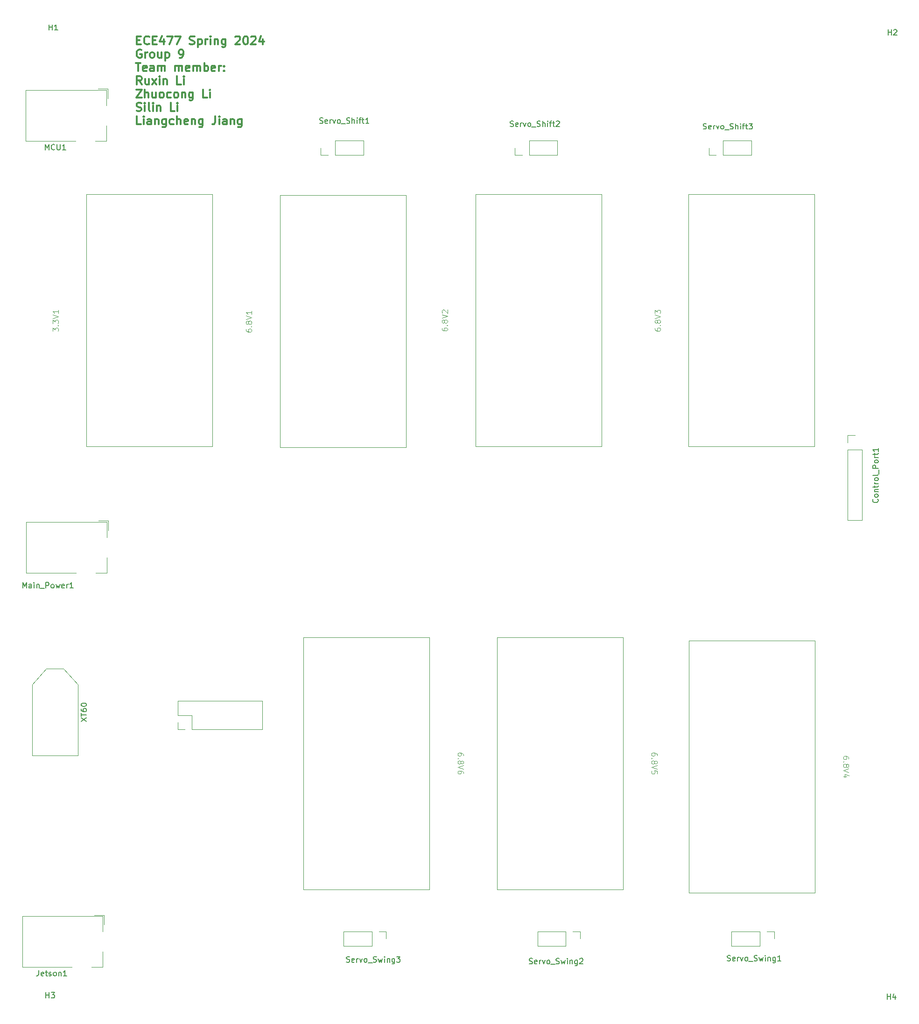
<source format=gbr>
%TF.GenerationSoftware,KiCad,Pcbnew,7.0.10*%
%TF.CreationDate,2024-03-06T15:34:55-05:00*%
%TF.ProjectId,Power_Supply,506f7765-725f-4537-9570-706c792e6b69,rev?*%
%TF.SameCoordinates,Original*%
%TF.FileFunction,Legend,Top*%
%TF.FilePolarity,Positive*%
%FSLAX46Y46*%
G04 Gerber Fmt 4.6, Leading zero omitted, Abs format (unit mm)*
G04 Created by KiCad (PCBNEW 7.0.10) date 2024-03-06 15:34:55*
%MOMM*%
%LPD*%
G01*
G04 APERTURE LIST*
%ADD10C,0.300000*%
%ADD11C,0.150000*%
%ADD12C,0.100000*%
%ADD13C,0.120000*%
G04 APERTURE END LIST*
D10*
X120694510Y-54285114D02*
X121194510Y-54285114D01*
X121408796Y-55070828D02*
X120694510Y-55070828D01*
X120694510Y-55070828D02*
X120694510Y-53570828D01*
X120694510Y-53570828D02*
X121408796Y-53570828D01*
X122908796Y-54927971D02*
X122837368Y-54999400D01*
X122837368Y-54999400D02*
X122623082Y-55070828D01*
X122623082Y-55070828D02*
X122480225Y-55070828D01*
X122480225Y-55070828D02*
X122265939Y-54999400D01*
X122265939Y-54999400D02*
X122123082Y-54856542D01*
X122123082Y-54856542D02*
X122051653Y-54713685D01*
X122051653Y-54713685D02*
X121980225Y-54427971D01*
X121980225Y-54427971D02*
X121980225Y-54213685D01*
X121980225Y-54213685D02*
X122051653Y-53927971D01*
X122051653Y-53927971D02*
X122123082Y-53785114D01*
X122123082Y-53785114D02*
X122265939Y-53642257D01*
X122265939Y-53642257D02*
X122480225Y-53570828D01*
X122480225Y-53570828D02*
X122623082Y-53570828D01*
X122623082Y-53570828D02*
X122837368Y-53642257D01*
X122837368Y-53642257D02*
X122908796Y-53713685D01*
X123551653Y-54285114D02*
X124051653Y-54285114D01*
X124265939Y-55070828D02*
X123551653Y-55070828D01*
X123551653Y-55070828D02*
X123551653Y-53570828D01*
X123551653Y-53570828D02*
X124265939Y-53570828D01*
X125551654Y-54070828D02*
X125551654Y-55070828D01*
X125194511Y-53499400D02*
X124837368Y-54570828D01*
X124837368Y-54570828D02*
X125765939Y-54570828D01*
X126194510Y-53570828D02*
X127194510Y-53570828D01*
X127194510Y-53570828D02*
X126551653Y-55070828D01*
X127623081Y-53570828D02*
X128623081Y-53570828D01*
X128623081Y-53570828D02*
X127980224Y-55070828D01*
X130265938Y-54999400D02*
X130480224Y-55070828D01*
X130480224Y-55070828D02*
X130837366Y-55070828D01*
X130837366Y-55070828D02*
X130980224Y-54999400D01*
X130980224Y-54999400D02*
X131051652Y-54927971D01*
X131051652Y-54927971D02*
X131123081Y-54785114D01*
X131123081Y-54785114D02*
X131123081Y-54642257D01*
X131123081Y-54642257D02*
X131051652Y-54499400D01*
X131051652Y-54499400D02*
X130980224Y-54427971D01*
X130980224Y-54427971D02*
X130837366Y-54356542D01*
X130837366Y-54356542D02*
X130551652Y-54285114D01*
X130551652Y-54285114D02*
X130408795Y-54213685D01*
X130408795Y-54213685D02*
X130337366Y-54142257D01*
X130337366Y-54142257D02*
X130265938Y-53999400D01*
X130265938Y-53999400D02*
X130265938Y-53856542D01*
X130265938Y-53856542D02*
X130337366Y-53713685D01*
X130337366Y-53713685D02*
X130408795Y-53642257D01*
X130408795Y-53642257D02*
X130551652Y-53570828D01*
X130551652Y-53570828D02*
X130908795Y-53570828D01*
X130908795Y-53570828D02*
X131123081Y-53642257D01*
X131765937Y-54070828D02*
X131765937Y-55570828D01*
X131765937Y-54142257D02*
X131908795Y-54070828D01*
X131908795Y-54070828D02*
X132194509Y-54070828D01*
X132194509Y-54070828D02*
X132337366Y-54142257D01*
X132337366Y-54142257D02*
X132408795Y-54213685D01*
X132408795Y-54213685D02*
X132480223Y-54356542D01*
X132480223Y-54356542D02*
X132480223Y-54785114D01*
X132480223Y-54785114D02*
X132408795Y-54927971D01*
X132408795Y-54927971D02*
X132337366Y-54999400D01*
X132337366Y-54999400D02*
X132194509Y-55070828D01*
X132194509Y-55070828D02*
X131908795Y-55070828D01*
X131908795Y-55070828D02*
X131765937Y-54999400D01*
X133123080Y-55070828D02*
X133123080Y-54070828D01*
X133123080Y-54356542D02*
X133194509Y-54213685D01*
X133194509Y-54213685D02*
X133265938Y-54142257D01*
X133265938Y-54142257D02*
X133408795Y-54070828D01*
X133408795Y-54070828D02*
X133551652Y-54070828D01*
X134051651Y-55070828D02*
X134051651Y-54070828D01*
X134051651Y-53570828D02*
X133980223Y-53642257D01*
X133980223Y-53642257D02*
X134051651Y-53713685D01*
X134051651Y-53713685D02*
X134123080Y-53642257D01*
X134123080Y-53642257D02*
X134051651Y-53570828D01*
X134051651Y-53570828D02*
X134051651Y-53713685D01*
X134765937Y-54070828D02*
X134765937Y-55070828D01*
X134765937Y-54213685D02*
X134837366Y-54142257D01*
X134837366Y-54142257D02*
X134980223Y-54070828D01*
X134980223Y-54070828D02*
X135194509Y-54070828D01*
X135194509Y-54070828D02*
X135337366Y-54142257D01*
X135337366Y-54142257D02*
X135408795Y-54285114D01*
X135408795Y-54285114D02*
X135408795Y-55070828D01*
X136765938Y-54070828D02*
X136765938Y-55285114D01*
X136765938Y-55285114D02*
X136694509Y-55427971D01*
X136694509Y-55427971D02*
X136623080Y-55499400D01*
X136623080Y-55499400D02*
X136480223Y-55570828D01*
X136480223Y-55570828D02*
X136265938Y-55570828D01*
X136265938Y-55570828D02*
X136123080Y-55499400D01*
X136765938Y-54999400D02*
X136623080Y-55070828D01*
X136623080Y-55070828D02*
X136337366Y-55070828D01*
X136337366Y-55070828D02*
X136194509Y-54999400D01*
X136194509Y-54999400D02*
X136123080Y-54927971D01*
X136123080Y-54927971D02*
X136051652Y-54785114D01*
X136051652Y-54785114D02*
X136051652Y-54356542D01*
X136051652Y-54356542D02*
X136123080Y-54213685D01*
X136123080Y-54213685D02*
X136194509Y-54142257D01*
X136194509Y-54142257D02*
X136337366Y-54070828D01*
X136337366Y-54070828D02*
X136623080Y-54070828D01*
X136623080Y-54070828D02*
X136765938Y-54142257D01*
X138551652Y-53713685D02*
X138623080Y-53642257D01*
X138623080Y-53642257D02*
X138765938Y-53570828D01*
X138765938Y-53570828D02*
X139123080Y-53570828D01*
X139123080Y-53570828D02*
X139265938Y-53642257D01*
X139265938Y-53642257D02*
X139337366Y-53713685D01*
X139337366Y-53713685D02*
X139408795Y-53856542D01*
X139408795Y-53856542D02*
X139408795Y-53999400D01*
X139408795Y-53999400D02*
X139337366Y-54213685D01*
X139337366Y-54213685D02*
X138480223Y-55070828D01*
X138480223Y-55070828D02*
X139408795Y-55070828D01*
X140337366Y-53570828D02*
X140480223Y-53570828D01*
X140480223Y-53570828D02*
X140623080Y-53642257D01*
X140623080Y-53642257D02*
X140694509Y-53713685D01*
X140694509Y-53713685D02*
X140765937Y-53856542D01*
X140765937Y-53856542D02*
X140837366Y-54142257D01*
X140837366Y-54142257D02*
X140837366Y-54499400D01*
X140837366Y-54499400D02*
X140765937Y-54785114D01*
X140765937Y-54785114D02*
X140694509Y-54927971D01*
X140694509Y-54927971D02*
X140623080Y-54999400D01*
X140623080Y-54999400D02*
X140480223Y-55070828D01*
X140480223Y-55070828D02*
X140337366Y-55070828D01*
X140337366Y-55070828D02*
X140194509Y-54999400D01*
X140194509Y-54999400D02*
X140123080Y-54927971D01*
X140123080Y-54927971D02*
X140051651Y-54785114D01*
X140051651Y-54785114D02*
X139980223Y-54499400D01*
X139980223Y-54499400D02*
X139980223Y-54142257D01*
X139980223Y-54142257D02*
X140051651Y-53856542D01*
X140051651Y-53856542D02*
X140123080Y-53713685D01*
X140123080Y-53713685D02*
X140194509Y-53642257D01*
X140194509Y-53642257D02*
X140337366Y-53570828D01*
X141408794Y-53713685D02*
X141480222Y-53642257D01*
X141480222Y-53642257D02*
X141623080Y-53570828D01*
X141623080Y-53570828D02*
X141980222Y-53570828D01*
X141980222Y-53570828D02*
X142123080Y-53642257D01*
X142123080Y-53642257D02*
X142194508Y-53713685D01*
X142194508Y-53713685D02*
X142265937Y-53856542D01*
X142265937Y-53856542D02*
X142265937Y-53999400D01*
X142265937Y-53999400D02*
X142194508Y-54213685D01*
X142194508Y-54213685D02*
X141337365Y-55070828D01*
X141337365Y-55070828D02*
X142265937Y-55070828D01*
X143551651Y-54070828D02*
X143551651Y-55070828D01*
X143194508Y-53499400D02*
X142837365Y-54570828D01*
X142837365Y-54570828D02*
X143765936Y-54570828D01*
X121480225Y-56057257D02*
X121337368Y-55985828D01*
X121337368Y-55985828D02*
X121123082Y-55985828D01*
X121123082Y-55985828D02*
X120908796Y-56057257D01*
X120908796Y-56057257D02*
X120765939Y-56200114D01*
X120765939Y-56200114D02*
X120694510Y-56342971D01*
X120694510Y-56342971D02*
X120623082Y-56628685D01*
X120623082Y-56628685D02*
X120623082Y-56842971D01*
X120623082Y-56842971D02*
X120694510Y-57128685D01*
X120694510Y-57128685D02*
X120765939Y-57271542D01*
X120765939Y-57271542D02*
X120908796Y-57414400D01*
X120908796Y-57414400D02*
X121123082Y-57485828D01*
X121123082Y-57485828D02*
X121265939Y-57485828D01*
X121265939Y-57485828D02*
X121480225Y-57414400D01*
X121480225Y-57414400D02*
X121551653Y-57342971D01*
X121551653Y-57342971D02*
X121551653Y-56842971D01*
X121551653Y-56842971D02*
X121265939Y-56842971D01*
X122194510Y-57485828D02*
X122194510Y-56485828D01*
X122194510Y-56771542D02*
X122265939Y-56628685D01*
X122265939Y-56628685D02*
X122337368Y-56557257D01*
X122337368Y-56557257D02*
X122480225Y-56485828D01*
X122480225Y-56485828D02*
X122623082Y-56485828D01*
X123337367Y-57485828D02*
X123194510Y-57414400D01*
X123194510Y-57414400D02*
X123123081Y-57342971D01*
X123123081Y-57342971D02*
X123051653Y-57200114D01*
X123051653Y-57200114D02*
X123051653Y-56771542D01*
X123051653Y-56771542D02*
X123123081Y-56628685D01*
X123123081Y-56628685D02*
X123194510Y-56557257D01*
X123194510Y-56557257D02*
X123337367Y-56485828D01*
X123337367Y-56485828D02*
X123551653Y-56485828D01*
X123551653Y-56485828D02*
X123694510Y-56557257D01*
X123694510Y-56557257D02*
X123765939Y-56628685D01*
X123765939Y-56628685D02*
X123837367Y-56771542D01*
X123837367Y-56771542D02*
X123837367Y-57200114D01*
X123837367Y-57200114D02*
X123765939Y-57342971D01*
X123765939Y-57342971D02*
X123694510Y-57414400D01*
X123694510Y-57414400D02*
X123551653Y-57485828D01*
X123551653Y-57485828D02*
X123337367Y-57485828D01*
X125123082Y-56485828D02*
X125123082Y-57485828D01*
X124480224Y-56485828D02*
X124480224Y-57271542D01*
X124480224Y-57271542D02*
X124551653Y-57414400D01*
X124551653Y-57414400D02*
X124694510Y-57485828D01*
X124694510Y-57485828D02*
X124908796Y-57485828D01*
X124908796Y-57485828D02*
X125051653Y-57414400D01*
X125051653Y-57414400D02*
X125123082Y-57342971D01*
X125837367Y-56485828D02*
X125837367Y-57985828D01*
X125837367Y-56557257D02*
X125980225Y-56485828D01*
X125980225Y-56485828D02*
X126265939Y-56485828D01*
X126265939Y-56485828D02*
X126408796Y-56557257D01*
X126408796Y-56557257D02*
X126480225Y-56628685D01*
X126480225Y-56628685D02*
X126551653Y-56771542D01*
X126551653Y-56771542D02*
X126551653Y-57200114D01*
X126551653Y-57200114D02*
X126480225Y-57342971D01*
X126480225Y-57342971D02*
X126408796Y-57414400D01*
X126408796Y-57414400D02*
X126265939Y-57485828D01*
X126265939Y-57485828D02*
X125980225Y-57485828D01*
X125980225Y-57485828D02*
X125837367Y-57414400D01*
X128408796Y-57485828D02*
X128694510Y-57485828D01*
X128694510Y-57485828D02*
X128837367Y-57414400D01*
X128837367Y-57414400D02*
X128908796Y-57342971D01*
X128908796Y-57342971D02*
X129051653Y-57128685D01*
X129051653Y-57128685D02*
X129123082Y-56842971D01*
X129123082Y-56842971D02*
X129123082Y-56271542D01*
X129123082Y-56271542D02*
X129051653Y-56128685D01*
X129051653Y-56128685D02*
X128980225Y-56057257D01*
X128980225Y-56057257D02*
X128837367Y-55985828D01*
X128837367Y-55985828D02*
X128551653Y-55985828D01*
X128551653Y-55985828D02*
X128408796Y-56057257D01*
X128408796Y-56057257D02*
X128337367Y-56128685D01*
X128337367Y-56128685D02*
X128265939Y-56271542D01*
X128265939Y-56271542D02*
X128265939Y-56628685D01*
X128265939Y-56628685D02*
X128337367Y-56771542D01*
X128337367Y-56771542D02*
X128408796Y-56842971D01*
X128408796Y-56842971D02*
X128551653Y-56914400D01*
X128551653Y-56914400D02*
X128837367Y-56914400D01*
X128837367Y-56914400D02*
X128980225Y-56842971D01*
X128980225Y-56842971D02*
X129051653Y-56771542D01*
X129051653Y-56771542D02*
X129123082Y-56628685D01*
X120480225Y-58400828D02*
X121337368Y-58400828D01*
X120908796Y-59900828D02*
X120908796Y-58400828D01*
X122408796Y-59829400D02*
X122265939Y-59900828D01*
X122265939Y-59900828D02*
X121980225Y-59900828D01*
X121980225Y-59900828D02*
X121837367Y-59829400D01*
X121837367Y-59829400D02*
X121765939Y-59686542D01*
X121765939Y-59686542D02*
X121765939Y-59115114D01*
X121765939Y-59115114D02*
X121837367Y-58972257D01*
X121837367Y-58972257D02*
X121980225Y-58900828D01*
X121980225Y-58900828D02*
X122265939Y-58900828D01*
X122265939Y-58900828D02*
X122408796Y-58972257D01*
X122408796Y-58972257D02*
X122480225Y-59115114D01*
X122480225Y-59115114D02*
X122480225Y-59257971D01*
X122480225Y-59257971D02*
X121765939Y-59400828D01*
X123765939Y-59900828D02*
X123765939Y-59115114D01*
X123765939Y-59115114D02*
X123694510Y-58972257D01*
X123694510Y-58972257D02*
X123551653Y-58900828D01*
X123551653Y-58900828D02*
X123265939Y-58900828D01*
X123265939Y-58900828D02*
X123123081Y-58972257D01*
X123765939Y-59829400D02*
X123623081Y-59900828D01*
X123623081Y-59900828D02*
X123265939Y-59900828D01*
X123265939Y-59900828D02*
X123123081Y-59829400D01*
X123123081Y-59829400D02*
X123051653Y-59686542D01*
X123051653Y-59686542D02*
X123051653Y-59543685D01*
X123051653Y-59543685D02*
X123123081Y-59400828D01*
X123123081Y-59400828D02*
X123265939Y-59329400D01*
X123265939Y-59329400D02*
X123623081Y-59329400D01*
X123623081Y-59329400D02*
X123765939Y-59257971D01*
X124480224Y-59900828D02*
X124480224Y-58900828D01*
X124480224Y-59043685D02*
X124551653Y-58972257D01*
X124551653Y-58972257D02*
X124694510Y-58900828D01*
X124694510Y-58900828D02*
X124908796Y-58900828D01*
X124908796Y-58900828D02*
X125051653Y-58972257D01*
X125051653Y-58972257D02*
X125123082Y-59115114D01*
X125123082Y-59115114D02*
X125123082Y-59900828D01*
X125123082Y-59115114D02*
X125194510Y-58972257D01*
X125194510Y-58972257D02*
X125337367Y-58900828D01*
X125337367Y-58900828D02*
X125551653Y-58900828D01*
X125551653Y-58900828D02*
X125694510Y-58972257D01*
X125694510Y-58972257D02*
X125765939Y-59115114D01*
X125765939Y-59115114D02*
X125765939Y-59900828D01*
X127623081Y-59900828D02*
X127623081Y-58900828D01*
X127623081Y-59043685D02*
X127694510Y-58972257D01*
X127694510Y-58972257D02*
X127837367Y-58900828D01*
X127837367Y-58900828D02*
X128051653Y-58900828D01*
X128051653Y-58900828D02*
X128194510Y-58972257D01*
X128194510Y-58972257D02*
X128265939Y-59115114D01*
X128265939Y-59115114D02*
X128265939Y-59900828D01*
X128265939Y-59115114D02*
X128337367Y-58972257D01*
X128337367Y-58972257D02*
X128480224Y-58900828D01*
X128480224Y-58900828D02*
X128694510Y-58900828D01*
X128694510Y-58900828D02*
X128837367Y-58972257D01*
X128837367Y-58972257D02*
X128908796Y-59115114D01*
X128908796Y-59115114D02*
X128908796Y-59900828D01*
X130194510Y-59829400D02*
X130051653Y-59900828D01*
X130051653Y-59900828D02*
X129765939Y-59900828D01*
X129765939Y-59900828D02*
X129623081Y-59829400D01*
X129623081Y-59829400D02*
X129551653Y-59686542D01*
X129551653Y-59686542D02*
X129551653Y-59115114D01*
X129551653Y-59115114D02*
X129623081Y-58972257D01*
X129623081Y-58972257D02*
X129765939Y-58900828D01*
X129765939Y-58900828D02*
X130051653Y-58900828D01*
X130051653Y-58900828D02*
X130194510Y-58972257D01*
X130194510Y-58972257D02*
X130265939Y-59115114D01*
X130265939Y-59115114D02*
X130265939Y-59257971D01*
X130265939Y-59257971D02*
X129551653Y-59400828D01*
X130908795Y-59900828D02*
X130908795Y-58900828D01*
X130908795Y-59043685D02*
X130980224Y-58972257D01*
X130980224Y-58972257D02*
X131123081Y-58900828D01*
X131123081Y-58900828D02*
X131337367Y-58900828D01*
X131337367Y-58900828D02*
X131480224Y-58972257D01*
X131480224Y-58972257D02*
X131551653Y-59115114D01*
X131551653Y-59115114D02*
X131551653Y-59900828D01*
X131551653Y-59115114D02*
X131623081Y-58972257D01*
X131623081Y-58972257D02*
X131765938Y-58900828D01*
X131765938Y-58900828D02*
X131980224Y-58900828D01*
X131980224Y-58900828D02*
X132123081Y-58972257D01*
X132123081Y-58972257D02*
X132194510Y-59115114D01*
X132194510Y-59115114D02*
X132194510Y-59900828D01*
X132908795Y-59900828D02*
X132908795Y-58400828D01*
X132908795Y-58972257D02*
X133051653Y-58900828D01*
X133051653Y-58900828D02*
X133337367Y-58900828D01*
X133337367Y-58900828D02*
X133480224Y-58972257D01*
X133480224Y-58972257D02*
X133551653Y-59043685D01*
X133551653Y-59043685D02*
X133623081Y-59186542D01*
X133623081Y-59186542D02*
X133623081Y-59615114D01*
X133623081Y-59615114D02*
X133551653Y-59757971D01*
X133551653Y-59757971D02*
X133480224Y-59829400D01*
X133480224Y-59829400D02*
X133337367Y-59900828D01*
X133337367Y-59900828D02*
X133051653Y-59900828D01*
X133051653Y-59900828D02*
X132908795Y-59829400D01*
X134837367Y-59829400D02*
X134694510Y-59900828D01*
X134694510Y-59900828D02*
X134408796Y-59900828D01*
X134408796Y-59900828D02*
X134265938Y-59829400D01*
X134265938Y-59829400D02*
X134194510Y-59686542D01*
X134194510Y-59686542D02*
X134194510Y-59115114D01*
X134194510Y-59115114D02*
X134265938Y-58972257D01*
X134265938Y-58972257D02*
X134408796Y-58900828D01*
X134408796Y-58900828D02*
X134694510Y-58900828D01*
X134694510Y-58900828D02*
X134837367Y-58972257D01*
X134837367Y-58972257D02*
X134908796Y-59115114D01*
X134908796Y-59115114D02*
X134908796Y-59257971D01*
X134908796Y-59257971D02*
X134194510Y-59400828D01*
X135551652Y-59900828D02*
X135551652Y-58900828D01*
X135551652Y-59186542D02*
X135623081Y-59043685D01*
X135623081Y-59043685D02*
X135694510Y-58972257D01*
X135694510Y-58972257D02*
X135837367Y-58900828D01*
X135837367Y-58900828D02*
X135980224Y-58900828D01*
X136480223Y-59757971D02*
X136551652Y-59829400D01*
X136551652Y-59829400D02*
X136480223Y-59900828D01*
X136480223Y-59900828D02*
X136408795Y-59829400D01*
X136408795Y-59829400D02*
X136480223Y-59757971D01*
X136480223Y-59757971D02*
X136480223Y-59900828D01*
X136480223Y-58972257D02*
X136551652Y-59043685D01*
X136551652Y-59043685D02*
X136480223Y-59115114D01*
X136480223Y-59115114D02*
X136408795Y-59043685D01*
X136408795Y-59043685D02*
X136480223Y-58972257D01*
X136480223Y-58972257D02*
X136480223Y-59115114D01*
X121551653Y-62315828D02*
X121051653Y-61601542D01*
X120694510Y-62315828D02*
X120694510Y-60815828D01*
X120694510Y-60815828D02*
X121265939Y-60815828D01*
X121265939Y-60815828D02*
X121408796Y-60887257D01*
X121408796Y-60887257D02*
X121480225Y-60958685D01*
X121480225Y-60958685D02*
X121551653Y-61101542D01*
X121551653Y-61101542D02*
X121551653Y-61315828D01*
X121551653Y-61315828D02*
X121480225Y-61458685D01*
X121480225Y-61458685D02*
X121408796Y-61530114D01*
X121408796Y-61530114D02*
X121265939Y-61601542D01*
X121265939Y-61601542D02*
X120694510Y-61601542D01*
X122837368Y-61315828D02*
X122837368Y-62315828D01*
X122194510Y-61315828D02*
X122194510Y-62101542D01*
X122194510Y-62101542D02*
X122265939Y-62244400D01*
X122265939Y-62244400D02*
X122408796Y-62315828D01*
X122408796Y-62315828D02*
X122623082Y-62315828D01*
X122623082Y-62315828D02*
X122765939Y-62244400D01*
X122765939Y-62244400D02*
X122837368Y-62172971D01*
X123408796Y-62315828D02*
X124194511Y-61315828D01*
X123408796Y-61315828D02*
X124194511Y-62315828D01*
X124765939Y-62315828D02*
X124765939Y-61315828D01*
X124765939Y-60815828D02*
X124694511Y-60887257D01*
X124694511Y-60887257D02*
X124765939Y-60958685D01*
X124765939Y-60958685D02*
X124837368Y-60887257D01*
X124837368Y-60887257D02*
X124765939Y-60815828D01*
X124765939Y-60815828D02*
X124765939Y-60958685D01*
X125480225Y-61315828D02*
X125480225Y-62315828D01*
X125480225Y-61458685D02*
X125551654Y-61387257D01*
X125551654Y-61387257D02*
X125694511Y-61315828D01*
X125694511Y-61315828D02*
X125908797Y-61315828D01*
X125908797Y-61315828D02*
X126051654Y-61387257D01*
X126051654Y-61387257D02*
X126123083Y-61530114D01*
X126123083Y-61530114D02*
X126123083Y-62315828D01*
X128694511Y-62315828D02*
X127980225Y-62315828D01*
X127980225Y-62315828D02*
X127980225Y-60815828D01*
X129194511Y-62315828D02*
X129194511Y-61315828D01*
X129194511Y-60815828D02*
X129123083Y-60887257D01*
X129123083Y-60887257D02*
X129194511Y-60958685D01*
X129194511Y-60958685D02*
X129265940Y-60887257D01*
X129265940Y-60887257D02*
X129194511Y-60815828D01*
X129194511Y-60815828D02*
X129194511Y-60958685D01*
X120551653Y-63230828D02*
X121551653Y-63230828D01*
X121551653Y-63230828D02*
X120551653Y-64730828D01*
X120551653Y-64730828D02*
X121551653Y-64730828D01*
X122123081Y-64730828D02*
X122123081Y-63230828D01*
X122765939Y-64730828D02*
X122765939Y-63945114D01*
X122765939Y-63945114D02*
X122694510Y-63802257D01*
X122694510Y-63802257D02*
X122551653Y-63730828D01*
X122551653Y-63730828D02*
X122337367Y-63730828D01*
X122337367Y-63730828D02*
X122194510Y-63802257D01*
X122194510Y-63802257D02*
X122123081Y-63873685D01*
X124123082Y-63730828D02*
X124123082Y-64730828D01*
X123480224Y-63730828D02*
X123480224Y-64516542D01*
X123480224Y-64516542D02*
X123551653Y-64659400D01*
X123551653Y-64659400D02*
X123694510Y-64730828D01*
X123694510Y-64730828D02*
X123908796Y-64730828D01*
X123908796Y-64730828D02*
X124051653Y-64659400D01*
X124051653Y-64659400D02*
X124123082Y-64587971D01*
X125051653Y-64730828D02*
X124908796Y-64659400D01*
X124908796Y-64659400D02*
X124837367Y-64587971D01*
X124837367Y-64587971D02*
X124765939Y-64445114D01*
X124765939Y-64445114D02*
X124765939Y-64016542D01*
X124765939Y-64016542D02*
X124837367Y-63873685D01*
X124837367Y-63873685D02*
X124908796Y-63802257D01*
X124908796Y-63802257D02*
X125051653Y-63730828D01*
X125051653Y-63730828D02*
X125265939Y-63730828D01*
X125265939Y-63730828D02*
X125408796Y-63802257D01*
X125408796Y-63802257D02*
X125480225Y-63873685D01*
X125480225Y-63873685D02*
X125551653Y-64016542D01*
X125551653Y-64016542D02*
X125551653Y-64445114D01*
X125551653Y-64445114D02*
X125480225Y-64587971D01*
X125480225Y-64587971D02*
X125408796Y-64659400D01*
X125408796Y-64659400D02*
X125265939Y-64730828D01*
X125265939Y-64730828D02*
X125051653Y-64730828D01*
X126837368Y-64659400D02*
X126694510Y-64730828D01*
X126694510Y-64730828D02*
X126408796Y-64730828D01*
X126408796Y-64730828D02*
X126265939Y-64659400D01*
X126265939Y-64659400D02*
X126194510Y-64587971D01*
X126194510Y-64587971D02*
X126123082Y-64445114D01*
X126123082Y-64445114D02*
X126123082Y-64016542D01*
X126123082Y-64016542D02*
X126194510Y-63873685D01*
X126194510Y-63873685D02*
X126265939Y-63802257D01*
X126265939Y-63802257D02*
X126408796Y-63730828D01*
X126408796Y-63730828D02*
X126694510Y-63730828D01*
X126694510Y-63730828D02*
X126837368Y-63802257D01*
X127694510Y-64730828D02*
X127551653Y-64659400D01*
X127551653Y-64659400D02*
X127480224Y-64587971D01*
X127480224Y-64587971D02*
X127408796Y-64445114D01*
X127408796Y-64445114D02*
X127408796Y-64016542D01*
X127408796Y-64016542D02*
X127480224Y-63873685D01*
X127480224Y-63873685D02*
X127551653Y-63802257D01*
X127551653Y-63802257D02*
X127694510Y-63730828D01*
X127694510Y-63730828D02*
X127908796Y-63730828D01*
X127908796Y-63730828D02*
X128051653Y-63802257D01*
X128051653Y-63802257D02*
X128123082Y-63873685D01*
X128123082Y-63873685D02*
X128194510Y-64016542D01*
X128194510Y-64016542D02*
X128194510Y-64445114D01*
X128194510Y-64445114D02*
X128123082Y-64587971D01*
X128123082Y-64587971D02*
X128051653Y-64659400D01*
X128051653Y-64659400D02*
X127908796Y-64730828D01*
X127908796Y-64730828D02*
X127694510Y-64730828D01*
X128837367Y-63730828D02*
X128837367Y-64730828D01*
X128837367Y-63873685D02*
X128908796Y-63802257D01*
X128908796Y-63802257D02*
X129051653Y-63730828D01*
X129051653Y-63730828D02*
X129265939Y-63730828D01*
X129265939Y-63730828D02*
X129408796Y-63802257D01*
X129408796Y-63802257D02*
X129480225Y-63945114D01*
X129480225Y-63945114D02*
X129480225Y-64730828D01*
X130837368Y-63730828D02*
X130837368Y-64945114D01*
X130837368Y-64945114D02*
X130765939Y-65087971D01*
X130765939Y-65087971D02*
X130694510Y-65159400D01*
X130694510Y-65159400D02*
X130551653Y-65230828D01*
X130551653Y-65230828D02*
X130337368Y-65230828D01*
X130337368Y-65230828D02*
X130194510Y-65159400D01*
X130837368Y-64659400D02*
X130694510Y-64730828D01*
X130694510Y-64730828D02*
X130408796Y-64730828D01*
X130408796Y-64730828D02*
X130265939Y-64659400D01*
X130265939Y-64659400D02*
X130194510Y-64587971D01*
X130194510Y-64587971D02*
X130123082Y-64445114D01*
X130123082Y-64445114D02*
X130123082Y-64016542D01*
X130123082Y-64016542D02*
X130194510Y-63873685D01*
X130194510Y-63873685D02*
X130265939Y-63802257D01*
X130265939Y-63802257D02*
X130408796Y-63730828D01*
X130408796Y-63730828D02*
X130694510Y-63730828D01*
X130694510Y-63730828D02*
X130837368Y-63802257D01*
X133408796Y-64730828D02*
X132694510Y-64730828D01*
X132694510Y-64730828D02*
X132694510Y-63230828D01*
X133908796Y-64730828D02*
X133908796Y-63730828D01*
X133908796Y-63230828D02*
X133837368Y-63302257D01*
X133837368Y-63302257D02*
X133908796Y-63373685D01*
X133908796Y-63373685D02*
X133980225Y-63302257D01*
X133980225Y-63302257D02*
X133908796Y-63230828D01*
X133908796Y-63230828D02*
X133908796Y-63373685D01*
X120623082Y-67074400D02*
X120837368Y-67145828D01*
X120837368Y-67145828D02*
X121194510Y-67145828D01*
X121194510Y-67145828D02*
X121337368Y-67074400D01*
X121337368Y-67074400D02*
X121408796Y-67002971D01*
X121408796Y-67002971D02*
X121480225Y-66860114D01*
X121480225Y-66860114D02*
X121480225Y-66717257D01*
X121480225Y-66717257D02*
X121408796Y-66574400D01*
X121408796Y-66574400D02*
X121337368Y-66502971D01*
X121337368Y-66502971D02*
X121194510Y-66431542D01*
X121194510Y-66431542D02*
X120908796Y-66360114D01*
X120908796Y-66360114D02*
X120765939Y-66288685D01*
X120765939Y-66288685D02*
X120694510Y-66217257D01*
X120694510Y-66217257D02*
X120623082Y-66074400D01*
X120623082Y-66074400D02*
X120623082Y-65931542D01*
X120623082Y-65931542D02*
X120694510Y-65788685D01*
X120694510Y-65788685D02*
X120765939Y-65717257D01*
X120765939Y-65717257D02*
X120908796Y-65645828D01*
X120908796Y-65645828D02*
X121265939Y-65645828D01*
X121265939Y-65645828D02*
X121480225Y-65717257D01*
X122123081Y-67145828D02*
X122123081Y-66145828D01*
X122123081Y-65645828D02*
X122051653Y-65717257D01*
X122051653Y-65717257D02*
X122123081Y-65788685D01*
X122123081Y-65788685D02*
X122194510Y-65717257D01*
X122194510Y-65717257D02*
X122123081Y-65645828D01*
X122123081Y-65645828D02*
X122123081Y-65788685D01*
X123051653Y-67145828D02*
X122908796Y-67074400D01*
X122908796Y-67074400D02*
X122837367Y-66931542D01*
X122837367Y-66931542D02*
X122837367Y-65645828D01*
X123623081Y-67145828D02*
X123623081Y-66145828D01*
X123623081Y-65645828D02*
X123551653Y-65717257D01*
X123551653Y-65717257D02*
X123623081Y-65788685D01*
X123623081Y-65788685D02*
X123694510Y-65717257D01*
X123694510Y-65717257D02*
X123623081Y-65645828D01*
X123623081Y-65645828D02*
X123623081Y-65788685D01*
X124337367Y-66145828D02*
X124337367Y-67145828D01*
X124337367Y-66288685D02*
X124408796Y-66217257D01*
X124408796Y-66217257D02*
X124551653Y-66145828D01*
X124551653Y-66145828D02*
X124765939Y-66145828D01*
X124765939Y-66145828D02*
X124908796Y-66217257D01*
X124908796Y-66217257D02*
X124980225Y-66360114D01*
X124980225Y-66360114D02*
X124980225Y-67145828D01*
X127551653Y-67145828D02*
X126837367Y-67145828D01*
X126837367Y-67145828D02*
X126837367Y-65645828D01*
X128051653Y-67145828D02*
X128051653Y-66145828D01*
X128051653Y-65645828D02*
X127980225Y-65717257D01*
X127980225Y-65717257D02*
X128051653Y-65788685D01*
X128051653Y-65788685D02*
X128123082Y-65717257D01*
X128123082Y-65717257D02*
X128051653Y-65645828D01*
X128051653Y-65645828D02*
X128051653Y-65788685D01*
X121408796Y-69560828D02*
X120694510Y-69560828D01*
X120694510Y-69560828D02*
X120694510Y-68060828D01*
X121908796Y-69560828D02*
X121908796Y-68560828D01*
X121908796Y-68060828D02*
X121837368Y-68132257D01*
X121837368Y-68132257D02*
X121908796Y-68203685D01*
X121908796Y-68203685D02*
X121980225Y-68132257D01*
X121980225Y-68132257D02*
X121908796Y-68060828D01*
X121908796Y-68060828D02*
X121908796Y-68203685D01*
X123265940Y-69560828D02*
X123265940Y-68775114D01*
X123265940Y-68775114D02*
X123194511Y-68632257D01*
X123194511Y-68632257D02*
X123051654Y-68560828D01*
X123051654Y-68560828D02*
X122765940Y-68560828D01*
X122765940Y-68560828D02*
X122623082Y-68632257D01*
X123265940Y-69489400D02*
X123123082Y-69560828D01*
X123123082Y-69560828D02*
X122765940Y-69560828D01*
X122765940Y-69560828D02*
X122623082Y-69489400D01*
X122623082Y-69489400D02*
X122551654Y-69346542D01*
X122551654Y-69346542D02*
X122551654Y-69203685D01*
X122551654Y-69203685D02*
X122623082Y-69060828D01*
X122623082Y-69060828D02*
X122765940Y-68989400D01*
X122765940Y-68989400D02*
X123123082Y-68989400D01*
X123123082Y-68989400D02*
X123265940Y-68917971D01*
X123980225Y-68560828D02*
X123980225Y-69560828D01*
X123980225Y-68703685D02*
X124051654Y-68632257D01*
X124051654Y-68632257D02*
X124194511Y-68560828D01*
X124194511Y-68560828D02*
X124408797Y-68560828D01*
X124408797Y-68560828D02*
X124551654Y-68632257D01*
X124551654Y-68632257D02*
X124623083Y-68775114D01*
X124623083Y-68775114D02*
X124623083Y-69560828D01*
X125980226Y-68560828D02*
X125980226Y-69775114D01*
X125980226Y-69775114D02*
X125908797Y-69917971D01*
X125908797Y-69917971D02*
X125837368Y-69989400D01*
X125837368Y-69989400D02*
X125694511Y-70060828D01*
X125694511Y-70060828D02*
X125480226Y-70060828D01*
X125480226Y-70060828D02*
X125337368Y-69989400D01*
X125980226Y-69489400D02*
X125837368Y-69560828D01*
X125837368Y-69560828D02*
X125551654Y-69560828D01*
X125551654Y-69560828D02*
X125408797Y-69489400D01*
X125408797Y-69489400D02*
X125337368Y-69417971D01*
X125337368Y-69417971D02*
X125265940Y-69275114D01*
X125265940Y-69275114D02*
X125265940Y-68846542D01*
X125265940Y-68846542D02*
X125337368Y-68703685D01*
X125337368Y-68703685D02*
X125408797Y-68632257D01*
X125408797Y-68632257D02*
X125551654Y-68560828D01*
X125551654Y-68560828D02*
X125837368Y-68560828D01*
X125837368Y-68560828D02*
X125980226Y-68632257D01*
X127337369Y-69489400D02*
X127194511Y-69560828D01*
X127194511Y-69560828D02*
X126908797Y-69560828D01*
X126908797Y-69560828D02*
X126765940Y-69489400D01*
X126765940Y-69489400D02*
X126694511Y-69417971D01*
X126694511Y-69417971D02*
X126623083Y-69275114D01*
X126623083Y-69275114D02*
X126623083Y-68846542D01*
X126623083Y-68846542D02*
X126694511Y-68703685D01*
X126694511Y-68703685D02*
X126765940Y-68632257D01*
X126765940Y-68632257D02*
X126908797Y-68560828D01*
X126908797Y-68560828D02*
X127194511Y-68560828D01*
X127194511Y-68560828D02*
X127337369Y-68632257D01*
X127980225Y-69560828D02*
X127980225Y-68060828D01*
X128623083Y-69560828D02*
X128623083Y-68775114D01*
X128623083Y-68775114D02*
X128551654Y-68632257D01*
X128551654Y-68632257D02*
X128408797Y-68560828D01*
X128408797Y-68560828D02*
X128194511Y-68560828D01*
X128194511Y-68560828D02*
X128051654Y-68632257D01*
X128051654Y-68632257D02*
X127980225Y-68703685D01*
X129908797Y-69489400D02*
X129765940Y-69560828D01*
X129765940Y-69560828D02*
X129480226Y-69560828D01*
X129480226Y-69560828D02*
X129337368Y-69489400D01*
X129337368Y-69489400D02*
X129265940Y-69346542D01*
X129265940Y-69346542D02*
X129265940Y-68775114D01*
X129265940Y-68775114D02*
X129337368Y-68632257D01*
X129337368Y-68632257D02*
X129480226Y-68560828D01*
X129480226Y-68560828D02*
X129765940Y-68560828D01*
X129765940Y-68560828D02*
X129908797Y-68632257D01*
X129908797Y-68632257D02*
X129980226Y-68775114D01*
X129980226Y-68775114D02*
X129980226Y-68917971D01*
X129980226Y-68917971D02*
X129265940Y-69060828D01*
X130623082Y-68560828D02*
X130623082Y-69560828D01*
X130623082Y-68703685D02*
X130694511Y-68632257D01*
X130694511Y-68632257D02*
X130837368Y-68560828D01*
X130837368Y-68560828D02*
X131051654Y-68560828D01*
X131051654Y-68560828D02*
X131194511Y-68632257D01*
X131194511Y-68632257D02*
X131265940Y-68775114D01*
X131265940Y-68775114D02*
X131265940Y-69560828D01*
X132623083Y-68560828D02*
X132623083Y-69775114D01*
X132623083Y-69775114D02*
X132551654Y-69917971D01*
X132551654Y-69917971D02*
X132480225Y-69989400D01*
X132480225Y-69989400D02*
X132337368Y-70060828D01*
X132337368Y-70060828D02*
X132123083Y-70060828D01*
X132123083Y-70060828D02*
X131980225Y-69989400D01*
X132623083Y-69489400D02*
X132480225Y-69560828D01*
X132480225Y-69560828D02*
X132194511Y-69560828D01*
X132194511Y-69560828D02*
X132051654Y-69489400D01*
X132051654Y-69489400D02*
X131980225Y-69417971D01*
X131980225Y-69417971D02*
X131908797Y-69275114D01*
X131908797Y-69275114D02*
X131908797Y-68846542D01*
X131908797Y-68846542D02*
X131980225Y-68703685D01*
X131980225Y-68703685D02*
X132051654Y-68632257D01*
X132051654Y-68632257D02*
X132194511Y-68560828D01*
X132194511Y-68560828D02*
X132480225Y-68560828D01*
X132480225Y-68560828D02*
X132623083Y-68632257D01*
X134908797Y-68060828D02*
X134908797Y-69132257D01*
X134908797Y-69132257D02*
X134837368Y-69346542D01*
X134837368Y-69346542D02*
X134694511Y-69489400D01*
X134694511Y-69489400D02*
X134480225Y-69560828D01*
X134480225Y-69560828D02*
X134337368Y-69560828D01*
X135623082Y-69560828D02*
X135623082Y-68560828D01*
X135623082Y-68060828D02*
X135551654Y-68132257D01*
X135551654Y-68132257D02*
X135623082Y-68203685D01*
X135623082Y-68203685D02*
X135694511Y-68132257D01*
X135694511Y-68132257D02*
X135623082Y-68060828D01*
X135623082Y-68060828D02*
X135623082Y-68203685D01*
X136980226Y-69560828D02*
X136980226Y-68775114D01*
X136980226Y-68775114D02*
X136908797Y-68632257D01*
X136908797Y-68632257D02*
X136765940Y-68560828D01*
X136765940Y-68560828D02*
X136480226Y-68560828D01*
X136480226Y-68560828D02*
X136337368Y-68632257D01*
X136980226Y-69489400D02*
X136837368Y-69560828D01*
X136837368Y-69560828D02*
X136480226Y-69560828D01*
X136480226Y-69560828D02*
X136337368Y-69489400D01*
X136337368Y-69489400D02*
X136265940Y-69346542D01*
X136265940Y-69346542D02*
X136265940Y-69203685D01*
X136265940Y-69203685D02*
X136337368Y-69060828D01*
X136337368Y-69060828D02*
X136480226Y-68989400D01*
X136480226Y-68989400D02*
X136837368Y-68989400D01*
X136837368Y-68989400D02*
X136980226Y-68917971D01*
X137694511Y-68560828D02*
X137694511Y-69560828D01*
X137694511Y-68703685D02*
X137765940Y-68632257D01*
X137765940Y-68632257D02*
X137908797Y-68560828D01*
X137908797Y-68560828D02*
X138123083Y-68560828D01*
X138123083Y-68560828D02*
X138265940Y-68632257D01*
X138265940Y-68632257D02*
X138337369Y-68775114D01*
X138337369Y-68775114D02*
X138337369Y-69560828D01*
X139694512Y-68560828D02*
X139694512Y-69775114D01*
X139694512Y-69775114D02*
X139623083Y-69917971D01*
X139623083Y-69917971D02*
X139551654Y-69989400D01*
X139551654Y-69989400D02*
X139408797Y-70060828D01*
X139408797Y-70060828D02*
X139194512Y-70060828D01*
X139194512Y-70060828D02*
X139051654Y-69989400D01*
X139694512Y-69489400D02*
X139551654Y-69560828D01*
X139551654Y-69560828D02*
X139265940Y-69560828D01*
X139265940Y-69560828D02*
X139123083Y-69489400D01*
X139123083Y-69489400D02*
X139051654Y-69417971D01*
X139051654Y-69417971D02*
X138980226Y-69275114D01*
X138980226Y-69275114D02*
X138980226Y-68846542D01*
X138980226Y-68846542D02*
X139051654Y-68703685D01*
X139051654Y-68703685D02*
X139123083Y-68632257D01*
X139123083Y-68632257D02*
X139265940Y-68560828D01*
X139265940Y-68560828D02*
X139551654Y-68560828D01*
X139551654Y-68560828D02*
X139694512Y-68632257D01*
D11*
X102872856Y-222954819D02*
X102872856Y-223669104D01*
X102872856Y-223669104D02*
X102825237Y-223811961D01*
X102825237Y-223811961D02*
X102729999Y-223907200D01*
X102729999Y-223907200D02*
X102587142Y-223954819D01*
X102587142Y-223954819D02*
X102491904Y-223954819D01*
X103729999Y-223907200D02*
X103634761Y-223954819D01*
X103634761Y-223954819D02*
X103444285Y-223954819D01*
X103444285Y-223954819D02*
X103349047Y-223907200D01*
X103349047Y-223907200D02*
X103301428Y-223811961D01*
X103301428Y-223811961D02*
X103301428Y-223431009D01*
X103301428Y-223431009D02*
X103349047Y-223335771D01*
X103349047Y-223335771D02*
X103444285Y-223288152D01*
X103444285Y-223288152D02*
X103634761Y-223288152D01*
X103634761Y-223288152D02*
X103729999Y-223335771D01*
X103729999Y-223335771D02*
X103777618Y-223431009D01*
X103777618Y-223431009D02*
X103777618Y-223526247D01*
X103777618Y-223526247D02*
X103301428Y-223621485D01*
X104063333Y-223288152D02*
X104444285Y-223288152D01*
X104206190Y-222954819D02*
X104206190Y-223811961D01*
X104206190Y-223811961D02*
X104253809Y-223907200D01*
X104253809Y-223907200D02*
X104349047Y-223954819D01*
X104349047Y-223954819D02*
X104444285Y-223954819D01*
X104730000Y-223907200D02*
X104825238Y-223954819D01*
X104825238Y-223954819D02*
X105015714Y-223954819D01*
X105015714Y-223954819D02*
X105110952Y-223907200D01*
X105110952Y-223907200D02*
X105158571Y-223811961D01*
X105158571Y-223811961D02*
X105158571Y-223764342D01*
X105158571Y-223764342D02*
X105110952Y-223669104D01*
X105110952Y-223669104D02*
X105015714Y-223621485D01*
X105015714Y-223621485D02*
X104872857Y-223621485D01*
X104872857Y-223621485D02*
X104777619Y-223573866D01*
X104777619Y-223573866D02*
X104730000Y-223478628D01*
X104730000Y-223478628D02*
X104730000Y-223431009D01*
X104730000Y-223431009D02*
X104777619Y-223335771D01*
X104777619Y-223335771D02*
X104872857Y-223288152D01*
X104872857Y-223288152D02*
X105015714Y-223288152D01*
X105015714Y-223288152D02*
X105110952Y-223335771D01*
X105730000Y-223954819D02*
X105634762Y-223907200D01*
X105634762Y-223907200D02*
X105587143Y-223859580D01*
X105587143Y-223859580D02*
X105539524Y-223764342D01*
X105539524Y-223764342D02*
X105539524Y-223478628D01*
X105539524Y-223478628D02*
X105587143Y-223383390D01*
X105587143Y-223383390D02*
X105634762Y-223335771D01*
X105634762Y-223335771D02*
X105730000Y-223288152D01*
X105730000Y-223288152D02*
X105872857Y-223288152D01*
X105872857Y-223288152D02*
X105968095Y-223335771D01*
X105968095Y-223335771D02*
X106015714Y-223383390D01*
X106015714Y-223383390D02*
X106063333Y-223478628D01*
X106063333Y-223478628D02*
X106063333Y-223764342D01*
X106063333Y-223764342D02*
X106015714Y-223859580D01*
X106015714Y-223859580D02*
X105968095Y-223907200D01*
X105968095Y-223907200D02*
X105872857Y-223954819D01*
X105872857Y-223954819D02*
X105730000Y-223954819D01*
X106491905Y-223288152D02*
X106491905Y-223954819D01*
X106491905Y-223383390D02*
X106539524Y-223335771D01*
X106539524Y-223335771D02*
X106634762Y-223288152D01*
X106634762Y-223288152D02*
X106777619Y-223288152D01*
X106777619Y-223288152D02*
X106872857Y-223335771D01*
X106872857Y-223335771D02*
X106920476Y-223431009D01*
X106920476Y-223431009D02*
X106920476Y-223954819D01*
X107920476Y-223954819D02*
X107349048Y-223954819D01*
X107634762Y-223954819D02*
X107634762Y-222954819D01*
X107634762Y-222954819D02*
X107539524Y-223097676D01*
X107539524Y-223097676D02*
X107444286Y-223192914D01*
X107444286Y-223192914D02*
X107349048Y-223240533D01*
X104056670Y-74158151D02*
X104056670Y-73158151D01*
X104056670Y-73158151D02*
X104390003Y-73872436D01*
X104390003Y-73872436D02*
X104723336Y-73158151D01*
X104723336Y-73158151D02*
X104723336Y-74158151D01*
X105770955Y-74062912D02*
X105723336Y-74110532D01*
X105723336Y-74110532D02*
X105580479Y-74158151D01*
X105580479Y-74158151D02*
X105485241Y-74158151D01*
X105485241Y-74158151D02*
X105342384Y-74110532D01*
X105342384Y-74110532D02*
X105247146Y-74015293D01*
X105247146Y-74015293D02*
X105199527Y-73920055D01*
X105199527Y-73920055D02*
X105151908Y-73729579D01*
X105151908Y-73729579D02*
X105151908Y-73586722D01*
X105151908Y-73586722D02*
X105199527Y-73396246D01*
X105199527Y-73396246D02*
X105247146Y-73301008D01*
X105247146Y-73301008D02*
X105342384Y-73205770D01*
X105342384Y-73205770D02*
X105485241Y-73158151D01*
X105485241Y-73158151D02*
X105580479Y-73158151D01*
X105580479Y-73158151D02*
X105723336Y-73205770D01*
X105723336Y-73205770D02*
X105770955Y-73253389D01*
X106199527Y-73158151D02*
X106199527Y-73967674D01*
X106199527Y-73967674D02*
X106247146Y-74062912D01*
X106247146Y-74062912D02*
X106294765Y-74110532D01*
X106294765Y-74110532D02*
X106390003Y-74158151D01*
X106390003Y-74158151D02*
X106580479Y-74158151D01*
X106580479Y-74158151D02*
X106675717Y-74110532D01*
X106675717Y-74110532D02*
X106723336Y-74062912D01*
X106723336Y-74062912D02*
X106770955Y-73967674D01*
X106770955Y-73967674D02*
X106770955Y-73158151D01*
X107770955Y-74158151D02*
X107199527Y-74158151D01*
X107485241Y-74158151D02*
X107485241Y-73158151D01*
X107485241Y-73158151D02*
X107390003Y-73301008D01*
X107390003Y-73301008D02*
X107294765Y-73396246D01*
X107294765Y-73396246D02*
X107199527Y-73443865D01*
X153864286Y-69317200D02*
X154007143Y-69364819D01*
X154007143Y-69364819D02*
X154245238Y-69364819D01*
X154245238Y-69364819D02*
X154340476Y-69317200D01*
X154340476Y-69317200D02*
X154388095Y-69269580D01*
X154388095Y-69269580D02*
X154435714Y-69174342D01*
X154435714Y-69174342D02*
X154435714Y-69079104D01*
X154435714Y-69079104D02*
X154388095Y-68983866D01*
X154388095Y-68983866D02*
X154340476Y-68936247D01*
X154340476Y-68936247D02*
X154245238Y-68888628D01*
X154245238Y-68888628D02*
X154054762Y-68841009D01*
X154054762Y-68841009D02*
X153959524Y-68793390D01*
X153959524Y-68793390D02*
X153911905Y-68745771D01*
X153911905Y-68745771D02*
X153864286Y-68650533D01*
X153864286Y-68650533D02*
X153864286Y-68555295D01*
X153864286Y-68555295D02*
X153911905Y-68460057D01*
X153911905Y-68460057D02*
X153959524Y-68412438D01*
X153959524Y-68412438D02*
X154054762Y-68364819D01*
X154054762Y-68364819D02*
X154292857Y-68364819D01*
X154292857Y-68364819D02*
X154435714Y-68412438D01*
X155245238Y-69317200D02*
X155150000Y-69364819D01*
X155150000Y-69364819D02*
X154959524Y-69364819D01*
X154959524Y-69364819D02*
X154864286Y-69317200D01*
X154864286Y-69317200D02*
X154816667Y-69221961D01*
X154816667Y-69221961D02*
X154816667Y-68841009D01*
X154816667Y-68841009D02*
X154864286Y-68745771D01*
X154864286Y-68745771D02*
X154959524Y-68698152D01*
X154959524Y-68698152D02*
X155150000Y-68698152D01*
X155150000Y-68698152D02*
X155245238Y-68745771D01*
X155245238Y-68745771D02*
X155292857Y-68841009D01*
X155292857Y-68841009D02*
X155292857Y-68936247D01*
X155292857Y-68936247D02*
X154816667Y-69031485D01*
X155721429Y-69364819D02*
X155721429Y-68698152D01*
X155721429Y-68888628D02*
X155769048Y-68793390D01*
X155769048Y-68793390D02*
X155816667Y-68745771D01*
X155816667Y-68745771D02*
X155911905Y-68698152D01*
X155911905Y-68698152D02*
X156007143Y-68698152D01*
X156245239Y-68698152D02*
X156483334Y-69364819D01*
X156483334Y-69364819D02*
X156721429Y-68698152D01*
X157245239Y-69364819D02*
X157150001Y-69317200D01*
X157150001Y-69317200D02*
X157102382Y-69269580D01*
X157102382Y-69269580D02*
X157054763Y-69174342D01*
X157054763Y-69174342D02*
X157054763Y-68888628D01*
X157054763Y-68888628D02*
X157102382Y-68793390D01*
X157102382Y-68793390D02*
X157150001Y-68745771D01*
X157150001Y-68745771D02*
X157245239Y-68698152D01*
X157245239Y-68698152D02*
X157388096Y-68698152D01*
X157388096Y-68698152D02*
X157483334Y-68745771D01*
X157483334Y-68745771D02*
X157530953Y-68793390D01*
X157530953Y-68793390D02*
X157578572Y-68888628D01*
X157578572Y-68888628D02*
X157578572Y-69174342D01*
X157578572Y-69174342D02*
X157530953Y-69269580D01*
X157530953Y-69269580D02*
X157483334Y-69317200D01*
X157483334Y-69317200D02*
X157388096Y-69364819D01*
X157388096Y-69364819D02*
X157245239Y-69364819D01*
X157769049Y-69460057D02*
X158530953Y-69460057D01*
X158721430Y-69317200D02*
X158864287Y-69364819D01*
X158864287Y-69364819D02*
X159102382Y-69364819D01*
X159102382Y-69364819D02*
X159197620Y-69317200D01*
X159197620Y-69317200D02*
X159245239Y-69269580D01*
X159245239Y-69269580D02*
X159292858Y-69174342D01*
X159292858Y-69174342D02*
X159292858Y-69079104D01*
X159292858Y-69079104D02*
X159245239Y-68983866D01*
X159245239Y-68983866D02*
X159197620Y-68936247D01*
X159197620Y-68936247D02*
X159102382Y-68888628D01*
X159102382Y-68888628D02*
X158911906Y-68841009D01*
X158911906Y-68841009D02*
X158816668Y-68793390D01*
X158816668Y-68793390D02*
X158769049Y-68745771D01*
X158769049Y-68745771D02*
X158721430Y-68650533D01*
X158721430Y-68650533D02*
X158721430Y-68555295D01*
X158721430Y-68555295D02*
X158769049Y-68460057D01*
X158769049Y-68460057D02*
X158816668Y-68412438D01*
X158816668Y-68412438D02*
X158911906Y-68364819D01*
X158911906Y-68364819D02*
X159150001Y-68364819D01*
X159150001Y-68364819D02*
X159292858Y-68412438D01*
X159721430Y-69364819D02*
X159721430Y-68364819D01*
X160150001Y-69364819D02*
X160150001Y-68841009D01*
X160150001Y-68841009D02*
X160102382Y-68745771D01*
X160102382Y-68745771D02*
X160007144Y-68698152D01*
X160007144Y-68698152D02*
X159864287Y-68698152D01*
X159864287Y-68698152D02*
X159769049Y-68745771D01*
X159769049Y-68745771D02*
X159721430Y-68793390D01*
X160626192Y-69364819D02*
X160626192Y-68698152D01*
X160626192Y-68364819D02*
X160578573Y-68412438D01*
X160578573Y-68412438D02*
X160626192Y-68460057D01*
X160626192Y-68460057D02*
X160673811Y-68412438D01*
X160673811Y-68412438D02*
X160626192Y-68364819D01*
X160626192Y-68364819D02*
X160626192Y-68460057D01*
X160959525Y-68698152D02*
X161340477Y-68698152D01*
X161102382Y-69364819D02*
X161102382Y-68507676D01*
X161102382Y-68507676D02*
X161150001Y-68412438D01*
X161150001Y-68412438D02*
X161245239Y-68364819D01*
X161245239Y-68364819D02*
X161340477Y-68364819D01*
X161530954Y-68698152D02*
X161911906Y-68698152D01*
X161673811Y-68364819D02*
X161673811Y-69221961D01*
X161673811Y-69221961D02*
X161721430Y-69317200D01*
X161721430Y-69317200D02*
X161816668Y-69364819D01*
X161816668Y-69364819D02*
X161911906Y-69364819D01*
X162769049Y-69364819D02*
X162197621Y-69364819D01*
X162483335Y-69364819D02*
X162483335Y-68364819D01*
X162483335Y-68364819D02*
X162388097Y-68507676D01*
X162388097Y-68507676D02*
X162292859Y-68602914D01*
X162292859Y-68602914D02*
X162197621Y-68650533D01*
X104184763Y-227944819D02*
X104184763Y-226944819D01*
X104184763Y-227421009D02*
X104756191Y-227421009D01*
X104756191Y-227944819D02*
X104756191Y-226944819D01*
X105137144Y-226944819D02*
X105756191Y-226944819D01*
X105756191Y-226944819D02*
X105422858Y-227325771D01*
X105422858Y-227325771D02*
X105565715Y-227325771D01*
X105565715Y-227325771D02*
X105660953Y-227373390D01*
X105660953Y-227373390D02*
X105708572Y-227421009D01*
X105708572Y-227421009D02*
X105756191Y-227516247D01*
X105756191Y-227516247D02*
X105756191Y-227754342D01*
X105756191Y-227754342D02*
X105708572Y-227849580D01*
X105708572Y-227849580D02*
X105660953Y-227897200D01*
X105660953Y-227897200D02*
X105565715Y-227944819D01*
X105565715Y-227944819D02*
X105280001Y-227944819D01*
X105280001Y-227944819D02*
X105184763Y-227897200D01*
X105184763Y-227897200D02*
X105137144Y-227849580D01*
D12*
X214637419Y-106518571D02*
X214637419Y-106709047D01*
X214637419Y-106709047D02*
X214685038Y-106804285D01*
X214685038Y-106804285D02*
X214732657Y-106851904D01*
X214732657Y-106851904D02*
X214875514Y-106947142D01*
X214875514Y-106947142D02*
X215065990Y-106994761D01*
X215065990Y-106994761D02*
X215446942Y-106994761D01*
X215446942Y-106994761D02*
X215542180Y-106947142D01*
X215542180Y-106947142D02*
X215589800Y-106899523D01*
X215589800Y-106899523D02*
X215637419Y-106804285D01*
X215637419Y-106804285D02*
X215637419Y-106613809D01*
X215637419Y-106613809D02*
X215589800Y-106518571D01*
X215589800Y-106518571D02*
X215542180Y-106470952D01*
X215542180Y-106470952D02*
X215446942Y-106423333D01*
X215446942Y-106423333D02*
X215208847Y-106423333D01*
X215208847Y-106423333D02*
X215113609Y-106470952D01*
X215113609Y-106470952D02*
X215065990Y-106518571D01*
X215065990Y-106518571D02*
X215018371Y-106613809D01*
X215018371Y-106613809D02*
X215018371Y-106804285D01*
X215018371Y-106804285D02*
X215065990Y-106899523D01*
X215065990Y-106899523D02*
X215113609Y-106947142D01*
X215113609Y-106947142D02*
X215208847Y-106994761D01*
X215542180Y-105994761D02*
X215589800Y-105947142D01*
X215589800Y-105947142D02*
X215637419Y-105994761D01*
X215637419Y-105994761D02*
X215589800Y-106042380D01*
X215589800Y-106042380D02*
X215542180Y-105994761D01*
X215542180Y-105994761D02*
X215637419Y-105994761D01*
X215065990Y-105375714D02*
X215018371Y-105470952D01*
X215018371Y-105470952D02*
X214970752Y-105518571D01*
X214970752Y-105518571D02*
X214875514Y-105566190D01*
X214875514Y-105566190D02*
X214827895Y-105566190D01*
X214827895Y-105566190D02*
X214732657Y-105518571D01*
X214732657Y-105518571D02*
X214685038Y-105470952D01*
X214685038Y-105470952D02*
X214637419Y-105375714D01*
X214637419Y-105375714D02*
X214637419Y-105185238D01*
X214637419Y-105185238D02*
X214685038Y-105090000D01*
X214685038Y-105090000D02*
X214732657Y-105042381D01*
X214732657Y-105042381D02*
X214827895Y-104994762D01*
X214827895Y-104994762D02*
X214875514Y-104994762D01*
X214875514Y-104994762D02*
X214970752Y-105042381D01*
X214970752Y-105042381D02*
X215018371Y-105090000D01*
X215018371Y-105090000D02*
X215065990Y-105185238D01*
X215065990Y-105185238D02*
X215065990Y-105375714D01*
X215065990Y-105375714D02*
X215113609Y-105470952D01*
X215113609Y-105470952D02*
X215161228Y-105518571D01*
X215161228Y-105518571D02*
X215256466Y-105566190D01*
X215256466Y-105566190D02*
X215446942Y-105566190D01*
X215446942Y-105566190D02*
X215542180Y-105518571D01*
X215542180Y-105518571D02*
X215589800Y-105470952D01*
X215589800Y-105470952D02*
X215637419Y-105375714D01*
X215637419Y-105375714D02*
X215637419Y-105185238D01*
X215637419Y-105185238D02*
X215589800Y-105090000D01*
X215589800Y-105090000D02*
X215542180Y-105042381D01*
X215542180Y-105042381D02*
X215446942Y-104994762D01*
X215446942Y-104994762D02*
X215256466Y-104994762D01*
X215256466Y-104994762D02*
X215161228Y-105042381D01*
X215161228Y-105042381D02*
X215113609Y-105090000D01*
X215113609Y-105090000D02*
X215065990Y-105185238D01*
X214637419Y-104709047D02*
X215637419Y-104375714D01*
X215637419Y-104375714D02*
X214637419Y-104042381D01*
X214637419Y-103804285D02*
X214637419Y-103185238D01*
X214637419Y-103185238D02*
X215018371Y-103518571D01*
X215018371Y-103518571D02*
X215018371Y-103375714D01*
X215018371Y-103375714D02*
X215065990Y-103280476D01*
X215065990Y-103280476D02*
X215113609Y-103232857D01*
X215113609Y-103232857D02*
X215208847Y-103185238D01*
X215208847Y-103185238D02*
X215446942Y-103185238D01*
X215446942Y-103185238D02*
X215542180Y-103232857D01*
X215542180Y-103232857D02*
X215589800Y-103280476D01*
X215589800Y-103280476D02*
X215637419Y-103375714D01*
X215637419Y-103375714D02*
X215637419Y-103661428D01*
X215637419Y-103661428D02*
X215589800Y-103756666D01*
X215589800Y-103756666D02*
X215542180Y-103804285D01*
X140487419Y-106718571D02*
X140487419Y-106909047D01*
X140487419Y-106909047D02*
X140535038Y-107004285D01*
X140535038Y-107004285D02*
X140582657Y-107051904D01*
X140582657Y-107051904D02*
X140725514Y-107147142D01*
X140725514Y-107147142D02*
X140915990Y-107194761D01*
X140915990Y-107194761D02*
X141296942Y-107194761D01*
X141296942Y-107194761D02*
X141392180Y-107147142D01*
X141392180Y-107147142D02*
X141439800Y-107099523D01*
X141439800Y-107099523D02*
X141487419Y-107004285D01*
X141487419Y-107004285D02*
X141487419Y-106813809D01*
X141487419Y-106813809D02*
X141439800Y-106718571D01*
X141439800Y-106718571D02*
X141392180Y-106670952D01*
X141392180Y-106670952D02*
X141296942Y-106623333D01*
X141296942Y-106623333D02*
X141058847Y-106623333D01*
X141058847Y-106623333D02*
X140963609Y-106670952D01*
X140963609Y-106670952D02*
X140915990Y-106718571D01*
X140915990Y-106718571D02*
X140868371Y-106813809D01*
X140868371Y-106813809D02*
X140868371Y-107004285D01*
X140868371Y-107004285D02*
X140915990Y-107099523D01*
X140915990Y-107099523D02*
X140963609Y-107147142D01*
X140963609Y-107147142D02*
X141058847Y-107194761D01*
X141392180Y-106194761D02*
X141439800Y-106147142D01*
X141439800Y-106147142D02*
X141487419Y-106194761D01*
X141487419Y-106194761D02*
X141439800Y-106242380D01*
X141439800Y-106242380D02*
X141392180Y-106194761D01*
X141392180Y-106194761D02*
X141487419Y-106194761D01*
X140915990Y-105575714D02*
X140868371Y-105670952D01*
X140868371Y-105670952D02*
X140820752Y-105718571D01*
X140820752Y-105718571D02*
X140725514Y-105766190D01*
X140725514Y-105766190D02*
X140677895Y-105766190D01*
X140677895Y-105766190D02*
X140582657Y-105718571D01*
X140582657Y-105718571D02*
X140535038Y-105670952D01*
X140535038Y-105670952D02*
X140487419Y-105575714D01*
X140487419Y-105575714D02*
X140487419Y-105385238D01*
X140487419Y-105385238D02*
X140535038Y-105290000D01*
X140535038Y-105290000D02*
X140582657Y-105242381D01*
X140582657Y-105242381D02*
X140677895Y-105194762D01*
X140677895Y-105194762D02*
X140725514Y-105194762D01*
X140725514Y-105194762D02*
X140820752Y-105242381D01*
X140820752Y-105242381D02*
X140868371Y-105290000D01*
X140868371Y-105290000D02*
X140915990Y-105385238D01*
X140915990Y-105385238D02*
X140915990Y-105575714D01*
X140915990Y-105575714D02*
X140963609Y-105670952D01*
X140963609Y-105670952D02*
X141011228Y-105718571D01*
X141011228Y-105718571D02*
X141106466Y-105766190D01*
X141106466Y-105766190D02*
X141296942Y-105766190D01*
X141296942Y-105766190D02*
X141392180Y-105718571D01*
X141392180Y-105718571D02*
X141439800Y-105670952D01*
X141439800Y-105670952D02*
X141487419Y-105575714D01*
X141487419Y-105575714D02*
X141487419Y-105385238D01*
X141487419Y-105385238D02*
X141439800Y-105290000D01*
X141439800Y-105290000D02*
X141392180Y-105242381D01*
X141392180Y-105242381D02*
X141296942Y-105194762D01*
X141296942Y-105194762D02*
X141106466Y-105194762D01*
X141106466Y-105194762D02*
X141011228Y-105242381D01*
X141011228Y-105242381D02*
X140963609Y-105290000D01*
X140963609Y-105290000D02*
X140915990Y-105385238D01*
X140487419Y-104909047D02*
X141487419Y-104575714D01*
X141487419Y-104575714D02*
X140487419Y-104242381D01*
X141487419Y-103385238D02*
X141487419Y-103956666D01*
X141487419Y-103670952D02*
X140487419Y-103670952D01*
X140487419Y-103670952D02*
X140630276Y-103766190D01*
X140630276Y-103766190D02*
X140725514Y-103861428D01*
X140725514Y-103861428D02*
X140773133Y-103956666D01*
D11*
X104764763Y-52444819D02*
X104764763Y-51444819D01*
X104764763Y-51921009D02*
X105336191Y-51921009D01*
X105336191Y-52444819D02*
X105336191Y-51444819D01*
X106336191Y-52444819D02*
X105764763Y-52444819D01*
X106050477Y-52444819D02*
X106050477Y-51444819D01*
X106050477Y-51444819D02*
X105955239Y-51587676D01*
X105955239Y-51587676D02*
X105860001Y-51682914D01*
X105860001Y-51682914D02*
X105764763Y-51730533D01*
X256784763Y-228174819D02*
X256784763Y-227174819D01*
X256784763Y-227651009D02*
X257356191Y-227651009D01*
X257356191Y-228174819D02*
X257356191Y-227174819D01*
X258260953Y-227508152D02*
X258260953Y-228174819D01*
X258022858Y-227127200D02*
X257784763Y-227841485D01*
X257784763Y-227841485D02*
X258403810Y-227841485D01*
D12*
X176007419Y-106498571D02*
X176007419Y-106689047D01*
X176007419Y-106689047D02*
X176055038Y-106784285D01*
X176055038Y-106784285D02*
X176102657Y-106831904D01*
X176102657Y-106831904D02*
X176245514Y-106927142D01*
X176245514Y-106927142D02*
X176435990Y-106974761D01*
X176435990Y-106974761D02*
X176816942Y-106974761D01*
X176816942Y-106974761D02*
X176912180Y-106927142D01*
X176912180Y-106927142D02*
X176959800Y-106879523D01*
X176959800Y-106879523D02*
X177007419Y-106784285D01*
X177007419Y-106784285D02*
X177007419Y-106593809D01*
X177007419Y-106593809D02*
X176959800Y-106498571D01*
X176959800Y-106498571D02*
X176912180Y-106450952D01*
X176912180Y-106450952D02*
X176816942Y-106403333D01*
X176816942Y-106403333D02*
X176578847Y-106403333D01*
X176578847Y-106403333D02*
X176483609Y-106450952D01*
X176483609Y-106450952D02*
X176435990Y-106498571D01*
X176435990Y-106498571D02*
X176388371Y-106593809D01*
X176388371Y-106593809D02*
X176388371Y-106784285D01*
X176388371Y-106784285D02*
X176435990Y-106879523D01*
X176435990Y-106879523D02*
X176483609Y-106927142D01*
X176483609Y-106927142D02*
X176578847Y-106974761D01*
X176912180Y-105974761D02*
X176959800Y-105927142D01*
X176959800Y-105927142D02*
X177007419Y-105974761D01*
X177007419Y-105974761D02*
X176959800Y-106022380D01*
X176959800Y-106022380D02*
X176912180Y-105974761D01*
X176912180Y-105974761D02*
X177007419Y-105974761D01*
X176435990Y-105355714D02*
X176388371Y-105450952D01*
X176388371Y-105450952D02*
X176340752Y-105498571D01*
X176340752Y-105498571D02*
X176245514Y-105546190D01*
X176245514Y-105546190D02*
X176197895Y-105546190D01*
X176197895Y-105546190D02*
X176102657Y-105498571D01*
X176102657Y-105498571D02*
X176055038Y-105450952D01*
X176055038Y-105450952D02*
X176007419Y-105355714D01*
X176007419Y-105355714D02*
X176007419Y-105165238D01*
X176007419Y-105165238D02*
X176055038Y-105070000D01*
X176055038Y-105070000D02*
X176102657Y-105022381D01*
X176102657Y-105022381D02*
X176197895Y-104974762D01*
X176197895Y-104974762D02*
X176245514Y-104974762D01*
X176245514Y-104974762D02*
X176340752Y-105022381D01*
X176340752Y-105022381D02*
X176388371Y-105070000D01*
X176388371Y-105070000D02*
X176435990Y-105165238D01*
X176435990Y-105165238D02*
X176435990Y-105355714D01*
X176435990Y-105355714D02*
X176483609Y-105450952D01*
X176483609Y-105450952D02*
X176531228Y-105498571D01*
X176531228Y-105498571D02*
X176626466Y-105546190D01*
X176626466Y-105546190D02*
X176816942Y-105546190D01*
X176816942Y-105546190D02*
X176912180Y-105498571D01*
X176912180Y-105498571D02*
X176959800Y-105450952D01*
X176959800Y-105450952D02*
X177007419Y-105355714D01*
X177007419Y-105355714D02*
X177007419Y-105165238D01*
X177007419Y-105165238D02*
X176959800Y-105070000D01*
X176959800Y-105070000D02*
X176912180Y-105022381D01*
X176912180Y-105022381D02*
X176816942Y-104974762D01*
X176816942Y-104974762D02*
X176626466Y-104974762D01*
X176626466Y-104974762D02*
X176531228Y-105022381D01*
X176531228Y-105022381D02*
X176483609Y-105070000D01*
X176483609Y-105070000D02*
X176435990Y-105165238D01*
X176007419Y-104689047D02*
X177007419Y-104355714D01*
X177007419Y-104355714D02*
X176007419Y-104022381D01*
X176102657Y-103736666D02*
X176055038Y-103689047D01*
X176055038Y-103689047D02*
X176007419Y-103593809D01*
X176007419Y-103593809D02*
X176007419Y-103355714D01*
X176007419Y-103355714D02*
X176055038Y-103260476D01*
X176055038Y-103260476D02*
X176102657Y-103212857D01*
X176102657Y-103212857D02*
X176197895Y-103165238D01*
X176197895Y-103165238D02*
X176293133Y-103165238D01*
X176293133Y-103165238D02*
X176435990Y-103212857D01*
X176435990Y-103212857D02*
X177007419Y-103784285D01*
X177007419Y-103784285D02*
X177007419Y-103165238D01*
X105417419Y-107062380D02*
X105417419Y-106443333D01*
X105417419Y-106443333D02*
X105798371Y-106776666D01*
X105798371Y-106776666D02*
X105798371Y-106633809D01*
X105798371Y-106633809D02*
X105845990Y-106538571D01*
X105845990Y-106538571D02*
X105893609Y-106490952D01*
X105893609Y-106490952D02*
X105988847Y-106443333D01*
X105988847Y-106443333D02*
X106226942Y-106443333D01*
X106226942Y-106443333D02*
X106322180Y-106490952D01*
X106322180Y-106490952D02*
X106369800Y-106538571D01*
X106369800Y-106538571D02*
X106417419Y-106633809D01*
X106417419Y-106633809D02*
X106417419Y-106919523D01*
X106417419Y-106919523D02*
X106369800Y-107014761D01*
X106369800Y-107014761D02*
X106322180Y-107062380D01*
X106322180Y-106014761D02*
X106369800Y-105967142D01*
X106369800Y-105967142D02*
X106417419Y-106014761D01*
X106417419Y-106014761D02*
X106369800Y-106062380D01*
X106369800Y-106062380D02*
X106322180Y-106014761D01*
X106322180Y-106014761D02*
X106417419Y-106014761D01*
X105417419Y-105633809D02*
X105417419Y-105014762D01*
X105417419Y-105014762D02*
X105798371Y-105348095D01*
X105798371Y-105348095D02*
X105798371Y-105205238D01*
X105798371Y-105205238D02*
X105845990Y-105110000D01*
X105845990Y-105110000D02*
X105893609Y-105062381D01*
X105893609Y-105062381D02*
X105988847Y-105014762D01*
X105988847Y-105014762D02*
X106226942Y-105014762D01*
X106226942Y-105014762D02*
X106322180Y-105062381D01*
X106322180Y-105062381D02*
X106369800Y-105110000D01*
X106369800Y-105110000D02*
X106417419Y-105205238D01*
X106417419Y-105205238D02*
X106417419Y-105490952D01*
X106417419Y-105490952D02*
X106369800Y-105586190D01*
X106369800Y-105586190D02*
X106322180Y-105633809D01*
X105417419Y-104729047D02*
X106417419Y-104395714D01*
X106417419Y-104395714D02*
X105417419Y-104062381D01*
X106417419Y-103205238D02*
X106417419Y-103776666D01*
X106417419Y-103490952D02*
X105417419Y-103490952D01*
X105417419Y-103490952D02*
X105560276Y-103586190D01*
X105560276Y-103586190D02*
X105655514Y-103681428D01*
X105655514Y-103681428D02*
X105703133Y-103776666D01*
D11*
X223417621Y-70360532D02*
X223560478Y-70408151D01*
X223560478Y-70408151D02*
X223798573Y-70408151D01*
X223798573Y-70408151D02*
X223893811Y-70360532D01*
X223893811Y-70360532D02*
X223941430Y-70312912D01*
X223941430Y-70312912D02*
X223989049Y-70217674D01*
X223989049Y-70217674D02*
X223989049Y-70122436D01*
X223989049Y-70122436D02*
X223941430Y-70027198D01*
X223941430Y-70027198D02*
X223893811Y-69979579D01*
X223893811Y-69979579D02*
X223798573Y-69931960D01*
X223798573Y-69931960D02*
X223608097Y-69884341D01*
X223608097Y-69884341D02*
X223512859Y-69836722D01*
X223512859Y-69836722D02*
X223465240Y-69789103D01*
X223465240Y-69789103D02*
X223417621Y-69693865D01*
X223417621Y-69693865D02*
X223417621Y-69598627D01*
X223417621Y-69598627D02*
X223465240Y-69503389D01*
X223465240Y-69503389D02*
X223512859Y-69455770D01*
X223512859Y-69455770D02*
X223608097Y-69408151D01*
X223608097Y-69408151D02*
X223846192Y-69408151D01*
X223846192Y-69408151D02*
X223989049Y-69455770D01*
X224798573Y-70360532D02*
X224703335Y-70408151D01*
X224703335Y-70408151D02*
X224512859Y-70408151D01*
X224512859Y-70408151D02*
X224417621Y-70360532D01*
X224417621Y-70360532D02*
X224370002Y-70265293D01*
X224370002Y-70265293D02*
X224370002Y-69884341D01*
X224370002Y-69884341D02*
X224417621Y-69789103D01*
X224417621Y-69789103D02*
X224512859Y-69741484D01*
X224512859Y-69741484D02*
X224703335Y-69741484D01*
X224703335Y-69741484D02*
X224798573Y-69789103D01*
X224798573Y-69789103D02*
X224846192Y-69884341D01*
X224846192Y-69884341D02*
X224846192Y-69979579D01*
X224846192Y-69979579D02*
X224370002Y-70074817D01*
X225274764Y-70408151D02*
X225274764Y-69741484D01*
X225274764Y-69931960D02*
X225322383Y-69836722D01*
X225322383Y-69836722D02*
X225370002Y-69789103D01*
X225370002Y-69789103D02*
X225465240Y-69741484D01*
X225465240Y-69741484D02*
X225560478Y-69741484D01*
X225798574Y-69741484D02*
X226036669Y-70408151D01*
X226036669Y-70408151D02*
X226274764Y-69741484D01*
X226798574Y-70408151D02*
X226703336Y-70360532D01*
X226703336Y-70360532D02*
X226655717Y-70312912D01*
X226655717Y-70312912D02*
X226608098Y-70217674D01*
X226608098Y-70217674D02*
X226608098Y-69931960D01*
X226608098Y-69931960D02*
X226655717Y-69836722D01*
X226655717Y-69836722D02*
X226703336Y-69789103D01*
X226703336Y-69789103D02*
X226798574Y-69741484D01*
X226798574Y-69741484D02*
X226941431Y-69741484D01*
X226941431Y-69741484D02*
X227036669Y-69789103D01*
X227036669Y-69789103D02*
X227084288Y-69836722D01*
X227084288Y-69836722D02*
X227131907Y-69931960D01*
X227131907Y-69931960D02*
X227131907Y-70217674D01*
X227131907Y-70217674D02*
X227084288Y-70312912D01*
X227084288Y-70312912D02*
X227036669Y-70360532D01*
X227036669Y-70360532D02*
X226941431Y-70408151D01*
X226941431Y-70408151D02*
X226798574Y-70408151D01*
X227322384Y-70503389D02*
X228084288Y-70503389D01*
X228274765Y-70360532D02*
X228417622Y-70408151D01*
X228417622Y-70408151D02*
X228655717Y-70408151D01*
X228655717Y-70408151D02*
X228750955Y-70360532D01*
X228750955Y-70360532D02*
X228798574Y-70312912D01*
X228798574Y-70312912D02*
X228846193Y-70217674D01*
X228846193Y-70217674D02*
X228846193Y-70122436D01*
X228846193Y-70122436D02*
X228798574Y-70027198D01*
X228798574Y-70027198D02*
X228750955Y-69979579D01*
X228750955Y-69979579D02*
X228655717Y-69931960D01*
X228655717Y-69931960D02*
X228465241Y-69884341D01*
X228465241Y-69884341D02*
X228370003Y-69836722D01*
X228370003Y-69836722D02*
X228322384Y-69789103D01*
X228322384Y-69789103D02*
X228274765Y-69693865D01*
X228274765Y-69693865D02*
X228274765Y-69598627D01*
X228274765Y-69598627D02*
X228322384Y-69503389D01*
X228322384Y-69503389D02*
X228370003Y-69455770D01*
X228370003Y-69455770D02*
X228465241Y-69408151D01*
X228465241Y-69408151D02*
X228703336Y-69408151D01*
X228703336Y-69408151D02*
X228846193Y-69455770D01*
X229274765Y-70408151D02*
X229274765Y-69408151D01*
X229703336Y-70408151D02*
X229703336Y-69884341D01*
X229703336Y-69884341D02*
X229655717Y-69789103D01*
X229655717Y-69789103D02*
X229560479Y-69741484D01*
X229560479Y-69741484D02*
X229417622Y-69741484D01*
X229417622Y-69741484D02*
X229322384Y-69789103D01*
X229322384Y-69789103D02*
X229274765Y-69836722D01*
X230179527Y-70408151D02*
X230179527Y-69741484D01*
X230179527Y-69408151D02*
X230131908Y-69455770D01*
X230131908Y-69455770D02*
X230179527Y-69503389D01*
X230179527Y-69503389D02*
X230227146Y-69455770D01*
X230227146Y-69455770D02*
X230179527Y-69408151D01*
X230179527Y-69408151D02*
X230179527Y-69503389D01*
X230512860Y-69741484D02*
X230893812Y-69741484D01*
X230655717Y-70408151D02*
X230655717Y-69551008D01*
X230655717Y-69551008D02*
X230703336Y-69455770D01*
X230703336Y-69455770D02*
X230798574Y-69408151D01*
X230798574Y-69408151D02*
X230893812Y-69408151D01*
X231084289Y-69741484D02*
X231465241Y-69741484D01*
X231227146Y-69408151D02*
X231227146Y-70265293D01*
X231227146Y-70265293D02*
X231274765Y-70360532D01*
X231274765Y-70360532D02*
X231370003Y-70408151D01*
X231370003Y-70408151D02*
X231465241Y-70408151D01*
X231703337Y-69408151D02*
X232322384Y-69408151D01*
X232322384Y-69408151D02*
X231989051Y-69789103D01*
X231989051Y-69789103D02*
X232131908Y-69789103D01*
X232131908Y-69789103D02*
X232227146Y-69836722D01*
X232227146Y-69836722D02*
X232274765Y-69884341D01*
X232274765Y-69884341D02*
X232322384Y-69979579D01*
X232322384Y-69979579D02*
X232322384Y-70217674D01*
X232322384Y-70217674D02*
X232274765Y-70312912D01*
X232274765Y-70312912D02*
X232227146Y-70360532D01*
X232227146Y-70360532D02*
X232131908Y-70408151D01*
X232131908Y-70408151D02*
X231846194Y-70408151D01*
X231846194Y-70408151D02*
X231750956Y-70360532D01*
X231750956Y-70360532D02*
X231703337Y-70312912D01*
X227782857Y-221177200D02*
X227925714Y-221224819D01*
X227925714Y-221224819D02*
X228163809Y-221224819D01*
X228163809Y-221224819D02*
X228259047Y-221177200D01*
X228259047Y-221177200D02*
X228306666Y-221129580D01*
X228306666Y-221129580D02*
X228354285Y-221034342D01*
X228354285Y-221034342D02*
X228354285Y-220939104D01*
X228354285Y-220939104D02*
X228306666Y-220843866D01*
X228306666Y-220843866D02*
X228259047Y-220796247D01*
X228259047Y-220796247D02*
X228163809Y-220748628D01*
X228163809Y-220748628D02*
X227973333Y-220701009D01*
X227973333Y-220701009D02*
X227878095Y-220653390D01*
X227878095Y-220653390D02*
X227830476Y-220605771D01*
X227830476Y-220605771D02*
X227782857Y-220510533D01*
X227782857Y-220510533D02*
X227782857Y-220415295D01*
X227782857Y-220415295D02*
X227830476Y-220320057D01*
X227830476Y-220320057D02*
X227878095Y-220272438D01*
X227878095Y-220272438D02*
X227973333Y-220224819D01*
X227973333Y-220224819D02*
X228211428Y-220224819D01*
X228211428Y-220224819D02*
X228354285Y-220272438D01*
X229163809Y-221177200D02*
X229068571Y-221224819D01*
X229068571Y-221224819D02*
X228878095Y-221224819D01*
X228878095Y-221224819D02*
X228782857Y-221177200D01*
X228782857Y-221177200D02*
X228735238Y-221081961D01*
X228735238Y-221081961D02*
X228735238Y-220701009D01*
X228735238Y-220701009D02*
X228782857Y-220605771D01*
X228782857Y-220605771D02*
X228878095Y-220558152D01*
X228878095Y-220558152D02*
X229068571Y-220558152D01*
X229068571Y-220558152D02*
X229163809Y-220605771D01*
X229163809Y-220605771D02*
X229211428Y-220701009D01*
X229211428Y-220701009D02*
X229211428Y-220796247D01*
X229211428Y-220796247D02*
X228735238Y-220891485D01*
X229640000Y-221224819D02*
X229640000Y-220558152D01*
X229640000Y-220748628D02*
X229687619Y-220653390D01*
X229687619Y-220653390D02*
X229735238Y-220605771D01*
X229735238Y-220605771D02*
X229830476Y-220558152D01*
X229830476Y-220558152D02*
X229925714Y-220558152D01*
X230163810Y-220558152D02*
X230401905Y-221224819D01*
X230401905Y-221224819D02*
X230640000Y-220558152D01*
X231163810Y-221224819D02*
X231068572Y-221177200D01*
X231068572Y-221177200D02*
X231020953Y-221129580D01*
X231020953Y-221129580D02*
X230973334Y-221034342D01*
X230973334Y-221034342D02*
X230973334Y-220748628D01*
X230973334Y-220748628D02*
X231020953Y-220653390D01*
X231020953Y-220653390D02*
X231068572Y-220605771D01*
X231068572Y-220605771D02*
X231163810Y-220558152D01*
X231163810Y-220558152D02*
X231306667Y-220558152D01*
X231306667Y-220558152D02*
X231401905Y-220605771D01*
X231401905Y-220605771D02*
X231449524Y-220653390D01*
X231449524Y-220653390D02*
X231497143Y-220748628D01*
X231497143Y-220748628D02*
X231497143Y-221034342D01*
X231497143Y-221034342D02*
X231449524Y-221129580D01*
X231449524Y-221129580D02*
X231401905Y-221177200D01*
X231401905Y-221177200D02*
X231306667Y-221224819D01*
X231306667Y-221224819D02*
X231163810Y-221224819D01*
X231687620Y-221320057D02*
X232449524Y-221320057D01*
X232640001Y-221177200D02*
X232782858Y-221224819D01*
X232782858Y-221224819D02*
X233020953Y-221224819D01*
X233020953Y-221224819D02*
X233116191Y-221177200D01*
X233116191Y-221177200D02*
X233163810Y-221129580D01*
X233163810Y-221129580D02*
X233211429Y-221034342D01*
X233211429Y-221034342D02*
X233211429Y-220939104D01*
X233211429Y-220939104D02*
X233163810Y-220843866D01*
X233163810Y-220843866D02*
X233116191Y-220796247D01*
X233116191Y-220796247D02*
X233020953Y-220748628D01*
X233020953Y-220748628D02*
X232830477Y-220701009D01*
X232830477Y-220701009D02*
X232735239Y-220653390D01*
X232735239Y-220653390D02*
X232687620Y-220605771D01*
X232687620Y-220605771D02*
X232640001Y-220510533D01*
X232640001Y-220510533D02*
X232640001Y-220415295D01*
X232640001Y-220415295D02*
X232687620Y-220320057D01*
X232687620Y-220320057D02*
X232735239Y-220272438D01*
X232735239Y-220272438D02*
X232830477Y-220224819D01*
X232830477Y-220224819D02*
X233068572Y-220224819D01*
X233068572Y-220224819D02*
X233211429Y-220272438D01*
X233544763Y-220558152D02*
X233735239Y-221224819D01*
X233735239Y-221224819D02*
X233925715Y-220748628D01*
X233925715Y-220748628D02*
X234116191Y-221224819D01*
X234116191Y-221224819D02*
X234306667Y-220558152D01*
X234687620Y-221224819D02*
X234687620Y-220558152D01*
X234687620Y-220224819D02*
X234640001Y-220272438D01*
X234640001Y-220272438D02*
X234687620Y-220320057D01*
X234687620Y-220320057D02*
X234735239Y-220272438D01*
X234735239Y-220272438D02*
X234687620Y-220224819D01*
X234687620Y-220224819D02*
X234687620Y-220320057D01*
X235163810Y-220558152D02*
X235163810Y-221224819D01*
X235163810Y-220653390D02*
X235211429Y-220605771D01*
X235211429Y-220605771D02*
X235306667Y-220558152D01*
X235306667Y-220558152D02*
X235449524Y-220558152D01*
X235449524Y-220558152D02*
X235544762Y-220605771D01*
X235544762Y-220605771D02*
X235592381Y-220701009D01*
X235592381Y-220701009D02*
X235592381Y-221224819D01*
X236497143Y-220558152D02*
X236497143Y-221367676D01*
X236497143Y-221367676D02*
X236449524Y-221462914D01*
X236449524Y-221462914D02*
X236401905Y-221510533D01*
X236401905Y-221510533D02*
X236306667Y-221558152D01*
X236306667Y-221558152D02*
X236163810Y-221558152D01*
X236163810Y-221558152D02*
X236068572Y-221510533D01*
X236497143Y-221177200D02*
X236401905Y-221224819D01*
X236401905Y-221224819D02*
X236211429Y-221224819D01*
X236211429Y-221224819D02*
X236116191Y-221177200D01*
X236116191Y-221177200D02*
X236068572Y-221129580D01*
X236068572Y-221129580D02*
X236020953Y-221034342D01*
X236020953Y-221034342D02*
X236020953Y-220748628D01*
X236020953Y-220748628D02*
X236068572Y-220653390D01*
X236068572Y-220653390D02*
X236116191Y-220605771D01*
X236116191Y-220605771D02*
X236211429Y-220558152D01*
X236211429Y-220558152D02*
X236401905Y-220558152D01*
X236401905Y-220558152D02*
X236497143Y-220605771D01*
X237497143Y-221224819D02*
X236925715Y-221224819D01*
X237211429Y-221224819D02*
X237211429Y-220224819D01*
X237211429Y-220224819D02*
X237116191Y-220367676D01*
X237116191Y-220367676D02*
X237020953Y-220462914D01*
X237020953Y-220462914D02*
X236925715Y-220510533D01*
D12*
X215022580Y-183971428D02*
X215022580Y-183780952D01*
X215022580Y-183780952D02*
X214974961Y-183685714D01*
X214974961Y-183685714D02*
X214927342Y-183638095D01*
X214927342Y-183638095D02*
X214784485Y-183542857D01*
X214784485Y-183542857D02*
X214594009Y-183495238D01*
X214594009Y-183495238D02*
X214213057Y-183495238D01*
X214213057Y-183495238D02*
X214117819Y-183542857D01*
X214117819Y-183542857D02*
X214070200Y-183590476D01*
X214070200Y-183590476D02*
X214022580Y-183685714D01*
X214022580Y-183685714D02*
X214022580Y-183876190D01*
X214022580Y-183876190D02*
X214070200Y-183971428D01*
X214070200Y-183971428D02*
X214117819Y-184019047D01*
X214117819Y-184019047D02*
X214213057Y-184066666D01*
X214213057Y-184066666D02*
X214451152Y-184066666D01*
X214451152Y-184066666D02*
X214546390Y-184019047D01*
X214546390Y-184019047D02*
X214594009Y-183971428D01*
X214594009Y-183971428D02*
X214641628Y-183876190D01*
X214641628Y-183876190D02*
X214641628Y-183685714D01*
X214641628Y-183685714D02*
X214594009Y-183590476D01*
X214594009Y-183590476D02*
X214546390Y-183542857D01*
X214546390Y-183542857D02*
X214451152Y-183495238D01*
X214117819Y-184495238D02*
X214070200Y-184542857D01*
X214070200Y-184542857D02*
X214022580Y-184495238D01*
X214022580Y-184495238D02*
X214070200Y-184447619D01*
X214070200Y-184447619D02*
X214117819Y-184495238D01*
X214117819Y-184495238D02*
X214022580Y-184495238D01*
X214594009Y-185114285D02*
X214641628Y-185019047D01*
X214641628Y-185019047D02*
X214689247Y-184971428D01*
X214689247Y-184971428D02*
X214784485Y-184923809D01*
X214784485Y-184923809D02*
X214832104Y-184923809D01*
X214832104Y-184923809D02*
X214927342Y-184971428D01*
X214927342Y-184971428D02*
X214974961Y-185019047D01*
X214974961Y-185019047D02*
X215022580Y-185114285D01*
X215022580Y-185114285D02*
X215022580Y-185304761D01*
X215022580Y-185304761D02*
X214974961Y-185399999D01*
X214974961Y-185399999D02*
X214927342Y-185447618D01*
X214927342Y-185447618D02*
X214832104Y-185495237D01*
X214832104Y-185495237D02*
X214784485Y-185495237D01*
X214784485Y-185495237D02*
X214689247Y-185447618D01*
X214689247Y-185447618D02*
X214641628Y-185399999D01*
X214641628Y-185399999D02*
X214594009Y-185304761D01*
X214594009Y-185304761D02*
X214594009Y-185114285D01*
X214594009Y-185114285D02*
X214546390Y-185019047D01*
X214546390Y-185019047D02*
X214498771Y-184971428D01*
X214498771Y-184971428D02*
X214403533Y-184923809D01*
X214403533Y-184923809D02*
X214213057Y-184923809D01*
X214213057Y-184923809D02*
X214117819Y-184971428D01*
X214117819Y-184971428D02*
X214070200Y-185019047D01*
X214070200Y-185019047D02*
X214022580Y-185114285D01*
X214022580Y-185114285D02*
X214022580Y-185304761D01*
X214022580Y-185304761D02*
X214070200Y-185399999D01*
X214070200Y-185399999D02*
X214117819Y-185447618D01*
X214117819Y-185447618D02*
X214213057Y-185495237D01*
X214213057Y-185495237D02*
X214403533Y-185495237D01*
X214403533Y-185495237D02*
X214498771Y-185447618D01*
X214498771Y-185447618D02*
X214546390Y-185399999D01*
X214546390Y-185399999D02*
X214594009Y-185304761D01*
X215022580Y-185780952D02*
X214022580Y-186114285D01*
X214022580Y-186114285D02*
X215022580Y-186447618D01*
X215022580Y-187257142D02*
X215022580Y-186780952D01*
X215022580Y-186780952D02*
X214546390Y-186733333D01*
X214546390Y-186733333D02*
X214594009Y-186780952D01*
X214594009Y-186780952D02*
X214641628Y-186876190D01*
X214641628Y-186876190D02*
X214641628Y-187114285D01*
X214641628Y-187114285D02*
X214594009Y-187209523D01*
X214594009Y-187209523D02*
X214546390Y-187257142D01*
X214546390Y-187257142D02*
X214451152Y-187304761D01*
X214451152Y-187304761D02*
X214213057Y-187304761D01*
X214213057Y-187304761D02*
X214117819Y-187257142D01*
X214117819Y-187257142D02*
X214070200Y-187209523D01*
X214070200Y-187209523D02*
X214022580Y-187114285D01*
X214022580Y-187114285D02*
X214022580Y-186876190D01*
X214022580Y-186876190D02*
X214070200Y-186780952D01*
X214070200Y-186780952D02*
X214117819Y-186733333D01*
D11*
X110554819Y-177776666D02*
X111554819Y-177110000D01*
X110554819Y-177110000D02*
X111554819Y-177776666D01*
X110554819Y-176871904D02*
X110554819Y-176300476D01*
X111554819Y-176586190D02*
X110554819Y-176586190D01*
X110554819Y-175538571D02*
X110554819Y-175729047D01*
X110554819Y-175729047D02*
X110602438Y-175824285D01*
X110602438Y-175824285D02*
X110650057Y-175871904D01*
X110650057Y-175871904D02*
X110792914Y-175967142D01*
X110792914Y-175967142D02*
X110983390Y-176014761D01*
X110983390Y-176014761D02*
X111364342Y-176014761D01*
X111364342Y-176014761D02*
X111459580Y-175967142D01*
X111459580Y-175967142D02*
X111507200Y-175919523D01*
X111507200Y-175919523D02*
X111554819Y-175824285D01*
X111554819Y-175824285D02*
X111554819Y-175633809D01*
X111554819Y-175633809D02*
X111507200Y-175538571D01*
X111507200Y-175538571D02*
X111459580Y-175490952D01*
X111459580Y-175490952D02*
X111364342Y-175443333D01*
X111364342Y-175443333D02*
X111126247Y-175443333D01*
X111126247Y-175443333D02*
X111031009Y-175490952D01*
X111031009Y-175490952D02*
X110983390Y-175538571D01*
X110983390Y-175538571D02*
X110935771Y-175633809D01*
X110935771Y-175633809D02*
X110935771Y-175824285D01*
X110935771Y-175824285D02*
X110983390Y-175919523D01*
X110983390Y-175919523D02*
X111031009Y-175967142D01*
X111031009Y-175967142D02*
X111126247Y-176014761D01*
X110554819Y-174824285D02*
X110554819Y-174729047D01*
X110554819Y-174729047D02*
X110602438Y-174633809D01*
X110602438Y-174633809D02*
X110650057Y-174586190D01*
X110650057Y-174586190D02*
X110745295Y-174538571D01*
X110745295Y-174538571D02*
X110935771Y-174490952D01*
X110935771Y-174490952D02*
X111173866Y-174490952D01*
X111173866Y-174490952D02*
X111364342Y-174538571D01*
X111364342Y-174538571D02*
X111459580Y-174586190D01*
X111459580Y-174586190D02*
X111507200Y-174633809D01*
X111507200Y-174633809D02*
X111554819Y-174729047D01*
X111554819Y-174729047D02*
X111554819Y-174824285D01*
X111554819Y-174824285D02*
X111507200Y-174919523D01*
X111507200Y-174919523D02*
X111459580Y-174967142D01*
X111459580Y-174967142D02*
X111364342Y-175014761D01*
X111364342Y-175014761D02*
X111173866Y-175062380D01*
X111173866Y-175062380D02*
X110935771Y-175062380D01*
X110935771Y-175062380D02*
X110745295Y-175014761D01*
X110745295Y-175014761D02*
X110650057Y-174967142D01*
X110650057Y-174967142D02*
X110602438Y-174919523D01*
X110602438Y-174919523D02*
X110554819Y-174824285D01*
X99972381Y-153614819D02*
X99972381Y-152614819D01*
X99972381Y-152614819D02*
X100305714Y-153329104D01*
X100305714Y-153329104D02*
X100639047Y-152614819D01*
X100639047Y-152614819D02*
X100639047Y-153614819D01*
X101543809Y-153614819D02*
X101543809Y-153091009D01*
X101543809Y-153091009D02*
X101496190Y-152995771D01*
X101496190Y-152995771D02*
X101400952Y-152948152D01*
X101400952Y-152948152D02*
X101210476Y-152948152D01*
X101210476Y-152948152D02*
X101115238Y-152995771D01*
X101543809Y-153567200D02*
X101448571Y-153614819D01*
X101448571Y-153614819D02*
X101210476Y-153614819D01*
X101210476Y-153614819D02*
X101115238Y-153567200D01*
X101115238Y-153567200D02*
X101067619Y-153471961D01*
X101067619Y-153471961D02*
X101067619Y-153376723D01*
X101067619Y-153376723D02*
X101115238Y-153281485D01*
X101115238Y-153281485D02*
X101210476Y-153233866D01*
X101210476Y-153233866D02*
X101448571Y-153233866D01*
X101448571Y-153233866D02*
X101543809Y-153186247D01*
X102020000Y-153614819D02*
X102020000Y-152948152D01*
X102020000Y-152614819D02*
X101972381Y-152662438D01*
X101972381Y-152662438D02*
X102020000Y-152710057D01*
X102020000Y-152710057D02*
X102067619Y-152662438D01*
X102067619Y-152662438D02*
X102020000Y-152614819D01*
X102020000Y-152614819D02*
X102020000Y-152710057D01*
X102496190Y-152948152D02*
X102496190Y-153614819D01*
X102496190Y-153043390D02*
X102543809Y-152995771D01*
X102543809Y-152995771D02*
X102639047Y-152948152D01*
X102639047Y-152948152D02*
X102781904Y-152948152D01*
X102781904Y-152948152D02*
X102877142Y-152995771D01*
X102877142Y-152995771D02*
X102924761Y-153091009D01*
X102924761Y-153091009D02*
X102924761Y-153614819D01*
X103162857Y-153710057D02*
X103924761Y-153710057D01*
X104162857Y-153614819D02*
X104162857Y-152614819D01*
X104162857Y-152614819D02*
X104543809Y-152614819D01*
X104543809Y-152614819D02*
X104639047Y-152662438D01*
X104639047Y-152662438D02*
X104686666Y-152710057D01*
X104686666Y-152710057D02*
X104734285Y-152805295D01*
X104734285Y-152805295D02*
X104734285Y-152948152D01*
X104734285Y-152948152D02*
X104686666Y-153043390D01*
X104686666Y-153043390D02*
X104639047Y-153091009D01*
X104639047Y-153091009D02*
X104543809Y-153138628D01*
X104543809Y-153138628D02*
X104162857Y-153138628D01*
X105305714Y-153614819D02*
X105210476Y-153567200D01*
X105210476Y-153567200D02*
X105162857Y-153519580D01*
X105162857Y-153519580D02*
X105115238Y-153424342D01*
X105115238Y-153424342D02*
X105115238Y-153138628D01*
X105115238Y-153138628D02*
X105162857Y-153043390D01*
X105162857Y-153043390D02*
X105210476Y-152995771D01*
X105210476Y-152995771D02*
X105305714Y-152948152D01*
X105305714Y-152948152D02*
X105448571Y-152948152D01*
X105448571Y-152948152D02*
X105543809Y-152995771D01*
X105543809Y-152995771D02*
X105591428Y-153043390D01*
X105591428Y-153043390D02*
X105639047Y-153138628D01*
X105639047Y-153138628D02*
X105639047Y-153424342D01*
X105639047Y-153424342D02*
X105591428Y-153519580D01*
X105591428Y-153519580D02*
X105543809Y-153567200D01*
X105543809Y-153567200D02*
X105448571Y-153614819D01*
X105448571Y-153614819D02*
X105305714Y-153614819D01*
X105972381Y-152948152D02*
X106162857Y-153614819D01*
X106162857Y-153614819D02*
X106353333Y-153138628D01*
X106353333Y-153138628D02*
X106543809Y-153614819D01*
X106543809Y-153614819D02*
X106734285Y-152948152D01*
X107496190Y-153567200D02*
X107400952Y-153614819D01*
X107400952Y-153614819D02*
X107210476Y-153614819D01*
X107210476Y-153614819D02*
X107115238Y-153567200D01*
X107115238Y-153567200D02*
X107067619Y-153471961D01*
X107067619Y-153471961D02*
X107067619Y-153091009D01*
X107067619Y-153091009D02*
X107115238Y-152995771D01*
X107115238Y-152995771D02*
X107210476Y-152948152D01*
X107210476Y-152948152D02*
X107400952Y-152948152D01*
X107400952Y-152948152D02*
X107496190Y-152995771D01*
X107496190Y-152995771D02*
X107543809Y-153091009D01*
X107543809Y-153091009D02*
X107543809Y-153186247D01*
X107543809Y-153186247D02*
X107067619Y-153281485D01*
X107972381Y-153614819D02*
X107972381Y-152948152D01*
X107972381Y-153138628D02*
X108020000Y-153043390D01*
X108020000Y-153043390D02*
X108067619Y-152995771D01*
X108067619Y-152995771D02*
X108162857Y-152948152D01*
X108162857Y-152948152D02*
X108258095Y-152948152D01*
X109115238Y-153614819D02*
X108543810Y-153614819D01*
X108829524Y-153614819D02*
X108829524Y-152614819D01*
X108829524Y-152614819D02*
X108734286Y-152757676D01*
X108734286Y-152757676D02*
X108639048Y-152852914D01*
X108639048Y-152852914D02*
X108543810Y-152900533D01*
D12*
X249802580Y-184591428D02*
X249802580Y-184400952D01*
X249802580Y-184400952D02*
X249754961Y-184305714D01*
X249754961Y-184305714D02*
X249707342Y-184258095D01*
X249707342Y-184258095D02*
X249564485Y-184162857D01*
X249564485Y-184162857D02*
X249374009Y-184115238D01*
X249374009Y-184115238D02*
X248993057Y-184115238D01*
X248993057Y-184115238D02*
X248897819Y-184162857D01*
X248897819Y-184162857D02*
X248850200Y-184210476D01*
X248850200Y-184210476D02*
X248802580Y-184305714D01*
X248802580Y-184305714D02*
X248802580Y-184496190D01*
X248802580Y-184496190D02*
X248850200Y-184591428D01*
X248850200Y-184591428D02*
X248897819Y-184639047D01*
X248897819Y-184639047D02*
X248993057Y-184686666D01*
X248993057Y-184686666D02*
X249231152Y-184686666D01*
X249231152Y-184686666D02*
X249326390Y-184639047D01*
X249326390Y-184639047D02*
X249374009Y-184591428D01*
X249374009Y-184591428D02*
X249421628Y-184496190D01*
X249421628Y-184496190D02*
X249421628Y-184305714D01*
X249421628Y-184305714D02*
X249374009Y-184210476D01*
X249374009Y-184210476D02*
X249326390Y-184162857D01*
X249326390Y-184162857D02*
X249231152Y-184115238D01*
X248897819Y-185115238D02*
X248850200Y-185162857D01*
X248850200Y-185162857D02*
X248802580Y-185115238D01*
X248802580Y-185115238D02*
X248850200Y-185067619D01*
X248850200Y-185067619D02*
X248897819Y-185115238D01*
X248897819Y-185115238D02*
X248802580Y-185115238D01*
X249374009Y-185734285D02*
X249421628Y-185639047D01*
X249421628Y-185639047D02*
X249469247Y-185591428D01*
X249469247Y-185591428D02*
X249564485Y-185543809D01*
X249564485Y-185543809D02*
X249612104Y-185543809D01*
X249612104Y-185543809D02*
X249707342Y-185591428D01*
X249707342Y-185591428D02*
X249754961Y-185639047D01*
X249754961Y-185639047D02*
X249802580Y-185734285D01*
X249802580Y-185734285D02*
X249802580Y-185924761D01*
X249802580Y-185924761D02*
X249754961Y-186019999D01*
X249754961Y-186019999D02*
X249707342Y-186067618D01*
X249707342Y-186067618D02*
X249612104Y-186115237D01*
X249612104Y-186115237D02*
X249564485Y-186115237D01*
X249564485Y-186115237D02*
X249469247Y-186067618D01*
X249469247Y-186067618D02*
X249421628Y-186019999D01*
X249421628Y-186019999D02*
X249374009Y-185924761D01*
X249374009Y-185924761D02*
X249374009Y-185734285D01*
X249374009Y-185734285D02*
X249326390Y-185639047D01*
X249326390Y-185639047D02*
X249278771Y-185591428D01*
X249278771Y-185591428D02*
X249183533Y-185543809D01*
X249183533Y-185543809D02*
X248993057Y-185543809D01*
X248993057Y-185543809D02*
X248897819Y-185591428D01*
X248897819Y-185591428D02*
X248850200Y-185639047D01*
X248850200Y-185639047D02*
X248802580Y-185734285D01*
X248802580Y-185734285D02*
X248802580Y-185924761D01*
X248802580Y-185924761D02*
X248850200Y-186019999D01*
X248850200Y-186019999D02*
X248897819Y-186067618D01*
X248897819Y-186067618D02*
X248993057Y-186115237D01*
X248993057Y-186115237D02*
X249183533Y-186115237D01*
X249183533Y-186115237D02*
X249278771Y-186067618D01*
X249278771Y-186067618D02*
X249326390Y-186019999D01*
X249326390Y-186019999D02*
X249374009Y-185924761D01*
X249802580Y-186400952D02*
X248802580Y-186734285D01*
X248802580Y-186734285D02*
X249802580Y-187067618D01*
X249469247Y-187829523D02*
X248802580Y-187829523D01*
X249850200Y-187591428D02*
X249135914Y-187353333D01*
X249135914Y-187353333D02*
X249135914Y-187972380D01*
X179882580Y-183981428D02*
X179882580Y-183790952D01*
X179882580Y-183790952D02*
X179834961Y-183695714D01*
X179834961Y-183695714D02*
X179787342Y-183648095D01*
X179787342Y-183648095D02*
X179644485Y-183552857D01*
X179644485Y-183552857D02*
X179454009Y-183505238D01*
X179454009Y-183505238D02*
X179073057Y-183505238D01*
X179073057Y-183505238D02*
X178977819Y-183552857D01*
X178977819Y-183552857D02*
X178930200Y-183600476D01*
X178930200Y-183600476D02*
X178882580Y-183695714D01*
X178882580Y-183695714D02*
X178882580Y-183886190D01*
X178882580Y-183886190D02*
X178930200Y-183981428D01*
X178930200Y-183981428D02*
X178977819Y-184029047D01*
X178977819Y-184029047D02*
X179073057Y-184076666D01*
X179073057Y-184076666D02*
X179311152Y-184076666D01*
X179311152Y-184076666D02*
X179406390Y-184029047D01*
X179406390Y-184029047D02*
X179454009Y-183981428D01*
X179454009Y-183981428D02*
X179501628Y-183886190D01*
X179501628Y-183886190D02*
X179501628Y-183695714D01*
X179501628Y-183695714D02*
X179454009Y-183600476D01*
X179454009Y-183600476D02*
X179406390Y-183552857D01*
X179406390Y-183552857D02*
X179311152Y-183505238D01*
X178977819Y-184505238D02*
X178930200Y-184552857D01*
X178930200Y-184552857D02*
X178882580Y-184505238D01*
X178882580Y-184505238D02*
X178930200Y-184457619D01*
X178930200Y-184457619D02*
X178977819Y-184505238D01*
X178977819Y-184505238D02*
X178882580Y-184505238D01*
X179454009Y-185124285D02*
X179501628Y-185029047D01*
X179501628Y-185029047D02*
X179549247Y-184981428D01*
X179549247Y-184981428D02*
X179644485Y-184933809D01*
X179644485Y-184933809D02*
X179692104Y-184933809D01*
X179692104Y-184933809D02*
X179787342Y-184981428D01*
X179787342Y-184981428D02*
X179834961Y-185029047D01*
X179834961Y-185029047D02*
X179882580Y-185124285D01*
X179882580Y-185124285D02*
X179882580Y-185314761D01*
X179882580Y-185314761D02*
X179834961Y-185409999D01*
X179834961Y-185409999D02*
X179787342Y-185457618D01*
X179787342Y-185457618D02*
X179692104Y-185505237D01*
X179692104Y-185505237D02*
X179644485Y-185505237D01*
X179644485Y-185505237D02*
X179549247Y-185457618D01*
X179549247Y-185457618D02*
X179501628Y-185409999D01*
X179501628Y-185409999D02*
X179454009Y-185314761D01*
X179454009Y-185314761D02*
X179454009Y-185124285D01*
X179454009Y-185124285D02*
X179406390Y-185029047D01*
X179406390Y-185029047D02*
X179358771Y-184981428D01*
X179358771Y-184981428D02*
X179263533Y-184933809D01*
X179263533Y-184933809D02*
X179073057Y-184933809D01*
X179073057Y-184933809D02*
X178977819Y-184981428D01*
X178977819Y-184981428D02*
X178930200Y-185029047D01*
X178930200Y-185029047D02*
X178882580Y-185124285D01*
X178882580Y-185124285D02*
X178882580Y-185314761D01*
X178882580Y-185314761D02*
X178930200Y-185409999D01*
X178930200Y-185409999D02*
X178977819Y-185457618D01*
X178977819Y-185457618D02*
X179073057Y-185505237D01*
X179073057Y-185505237D02*
X179263533Y-185505237D01*
X179263533Y-185505237D02*
X179358771Y-185457618D01*
X179358771Y-185457618D02*
X179406390Y-185409999D01*
X179406390Y-185409999D02*
X179454009Y-185314761D01*
X179882580Y-185790952D02*
X178882580Y-186124285D01*
X178882580Y-186124285D02*
X179882580Y-186457618D01*
X179882580Y-187219523D02*
X179882580Y-187029047D01*
X179882580Y-187029047D02*
X179834961Y-186933809D01*
X179834961Y-186933809D02*
X179787342Y-186886190D01*
X179787342Y-186886190D02*
X179644485Y-186790952D01*
X179644485Y-186790952D02*
X179454009Y-186743333D01*
X179454009Y-186743333D02*
X179073057Y-186743333D01*
X179073057Y-186743333D02*
X178977819Y-186790952D01*
X178977819Y-186790952D02*
X178930200Y-186838571D01*
X178930200Y-186838571D02*
X178882580Y-186933809D01*
X178882580Y-186933809D02*
X178882580Y-187124285D01*
X178882580Y-187124285D02*
X178930200Y-187219523D01*
X178930200Y-187219523D02*
X178977819Y-187267142D01*
X178977819Y-187267142D02*
X179073057Y-187314761D01*
X179073057Y-187314761D02*
X179311152Y-187314761D01*
X179311152Y-187314761D02*
X179406390Y-187267142D01*
X179406390Y-187267142D02*
X179454009Y-187219523D01*
X179454009Y-187219523D02*
X179501628Y-187124285D01*
X179501628Y-187124285D02*
X179501628Y-186933809D01*
X179501628Y-186933809D02*
X179454009Y-186838571D01*
X179454009Y-186838571D02*
X179406390Y-186790952D01*
X179406390Y-186790952D02*
X179311152Y-186743333D01*
D11*
X158706192Y-221410532D02*
X158849049Y-221458151D01*
X158849049Y-221458151D02*
X159087144Y-221458151D01*
X159087144Y-221458151D02*
X159182382Y-221410532D01*
X159182382Y-221410532D02*
X159230001Y-221362912D01*
X159230001Y-221362912D02*
X159277620Y-221267674D01*
X159277620Y-221267674D02*
X159277620Y-221172436D01*
X159277620Y-221172436D02*
X159230001Y-221077198D01*
X159230001Y-221077198D02*
X159182382Y-221029579D01*
X159182382Y-221029579D02*
X159087144Y-220981960D01*
X159087144Y-220981960D02*
X158896668Y-220934341D01*
X158896668Y-220934341D02*
X158801430Y-220886722D01*
X158801430Y-220886722D02*
X158753811Y-220839103D01*
X158753811Y-220839103D02*
X158706192Y-220743865D01*
X158706192Y-220743865D02*
X158706192Y-220648627D01*
X158706192Y-220648627D02*
X158753811Y-220553389D01*
X158753811Y-220553389D02*
X158801430Y-220505770D01*
X158801430Y-220505770D02*
X158896668Y-220458151D01*
X158896668Y-220458151D02*
X159134763Y-220458151D01*
X159134763Y-220458151D02*
X159277620Y-220505770D01*
X160087144Y-221410532D02*
X159991906Y-221458151D01*
X159991906Y-221458151D02*
X159801430Y-221458151D01*
X159801430Y-221458151D02*
X159706192Y-221410532D01*
X159706192Y-221410532D02*
X159658573Y-221315293D01*
X159658573Y-221315293D02*
X159658573Y-220934341D01*
X159658573Y-220934341D02*
X159706192Y-220839103D01*
X159706192Y-220839103D02*
X159801430Y-220791484D01*
X159801430Y-220791484D02*
X159991906Y-220791484D01*
X159991906Y-220791484D02*
X160087144Y-220839103D01*
X160087144Y-220839103D02*
X160134763Y-220934341D01*
X160134763Y-220934341D02*
X160134763Y-221029579D01*
X160134763Y-221029579D02*
X159658573Y-221124817D01*
X160563335Y-221458151D02*
X160563335Y-220791484D01*
X160563335Y-220981960D02*
X160610954Y-220886722D01*
X160610954Y-220886722D02*
X160658573Y-220839103D01*
X160658573Y-220839103D02*
X160753811Y-220791484D01*
X160753811Y-220791484D02*
X160849049Y-220791484D01*
X161087145Y-220791484D02*
X161325240Y-221458151D01*
X161325240Y-221458151D02*
X161563335Y-220791484D01*
X162087145Y-221458151D02*
X161991907Y-221410532D01*
X161991907Y-221410532D02*
X161944288Y-221362912D01*
X161944288Y-221362912D02*
X161896669Y-221267674D01*
X161896669Y-221267674D02*
X161896669Y-220981960D01*
X161896669Y-220981960D02*
X161944288Y-220886722D01*
X161944288Y-220886722D02*
X161991907Y-220839103D01*
X161991907Y-220839103D02*
X162087145Y-220791484D01*
X162087145Y-220791484D02*
X162230002Y-220791484D01*
X162230002Y-220791484D02*
X162325240Y-220839103D01*
X162325240Y-220839103D02*
X162372859Y-220886722D01*
X162372859Y-220886722D02*
X162420478Y-220981960D01*
X162420478Y-220981960D02*
X162420478Y-221267674D01*
X162420478Y-221267674D02*
X162372859Y-221362912D01*
X162372859Y-221362912D02*
X162325240Y-221410532D01*
X162325240Y-221410532D02*
X162230002Y-221458151D01*
X162230002Y-221458151D02*
X162087145Y-221458151D01*
X162610955Y-221553389D02*
X163372859Y-221553389D01*
X163563336Y-221410532D02*
X163706193Y-221458151D01*
X163706193Y-221458151D02*
X163944288Y-221458151D01*
X163944288Y-221458151D02*
X164039526Y-221410532D01*
X164039526Y-221410532D02*
X164087145Y-221362912D01*
X164087145Y-221362912D02*
X164134764Y-221267674D01*
X164134764Y-221267674D02*
X164134764Y-221172436D01*
X164134764Y-221172436D02*
X164087145Y-221077198D01*
X164087145Y-221077198D02*
X164039526Y-221029579D01*
X164039526Y-221029579D02*
X163944288Y-220981960D01*
X163944288Y-220981960D02*
X163753812Y-220934341D01*
X163753812Y-220934341D02*
X163658574Y-220886722D01*
X163658574Y-220886722D02*
X163610955Y-220839103D01*
X163610955Y-220839103D02*
X163563336Y-220743865D01*
X163563336Y-220743865D02*
X163563336Y-220648627D01*
X163563336Y-220648627D02*
X163610955Y-220553389D01*
X163610955Y-220553389D02*
X163658574Y-220505770D01*
X163658574Y-220505770D02*
X163753812Y-220458151D01*
X163753812Y-220458151D02*
X163991907Y-220458151D01*
X163991907Y-220458151D02*
X164134764Y-220505770D01*
X164468098Y-220791484D02*
X164658574Y-221458151D01*
X164658574Y-221458151D02*
X164849050Y-220981960D01*
X164849050Y-220981960D02*
X165039526Y-221458151D01*
X165039526Y-221458151D02*
X165230002Y-220791484D01*
X165610955Y-221458151D02*
X165610955Y-220791484D01*
X165610955Y-220458151D02*
X165563336Y-220505770D01*
X165563336Y-220505770D02*
X165610955Y-220553389D01*
X165610955Y-220553389D02*
X165658574Y-220505770D01*
X165658574Y-220505770D02*
X165610955Y-220458151D01*
X165610955Y-220458151D02*
X165610955Y-220553389D01*
X166087145Y-220791484D02*
X166087145Y-221458151D01*
X166087145Y-220886722D02*
X166134764Y-220839103D01*
X166134764Y-220839103D02*
X166230002Y-220791484D01*
X166230002Y-220791484D02*
X166372859Y-220791484D01*
X166372859Y-220791484D02*
X166468097Y-220839103D01*
X166468097Y-220839103D02*
X166515716Y-220934341D01*
X166515716Y-220934341D02*
X166515716Y-221458151D01*
X167420478Y-220791484D02*
X167420478Y-221601008D01*
X167420478Y-221601008D02*
X167372859Y-221696246D01*
X167372859Y-221696246D02*
X167325240Y-221743865D01*
X167325240Y-221743865D02*
X167230002Y-221791484D01*
X167230002Y-221791484D02*
X167087145Y-221791484D01*
X167087145Y-221791484D02*
X166991907Y-221743865D01*
X167420478Y-221410532D02*
X167325240Y-221458151D01*
X167325240Y-221458151D02*
X167134764Y-221458151D01*
X167134764Y-221458151D02*
X167039526Y-221410532D01*
X167039526Y-221410532D02*
X166991907Y-221362912D01*
X166991907Y-221362912D02*
X166944288Y-221267674D01*
X166944288Y-221267674D02*
X166944288Y-220981960D01*
X166944288Y-220981960D02*
X166991907Y-220886722D01*
X166991907Y-220886722D02*
X167039526Y-220839103D01*
X167039526Y-220839103D02*
X167134764Y-220791484D01*
X167134764Y-220791484D02*
X167325240Y-220791484D01*
X167325240Y-220791484D02*
X167420478Y-220839103D01*
X167801431Y-220458151D02*
X168420478Y-220458151D01*
X168420478Y-220458151D02*
X168087145Y-220839103D01*
X168087145Y-220839103D02*
X168230002Y-220839103D01*
X168230002Y-220839103D02*
X168325240Y-220886722D01*
X168325240Y-220886722D02*
X168372859Y-220934341D01*
X168372859Y-220934341D02*
X168420478Y-221029579D01*
X168420478Y-221029579D02*
X168420478Y-221267674D01*
X168420478Y-221267674D02*
X168372859Y-221362912D01*
X168372859Y-221362912D02*
X168325240Y-221410532D01*
X168325240Y-221410532D02*
X168230002Y-221458151D01*
X168230002Y-221458151D02*
X167944288Y-221458151D01*
X167944288Y-221458151D02*
X167849050Y-221410532D01*
X167849050Y-221410532D02*
X167801431Y-221362912D01*
X256974763Y-53364819D02*
X256974763Y-52364819D01*
X256974763Y-52841009D02*
X257546191Y-52841009D01*
X257546191Y-53364819D02*
X257546191Y-52364819D01*
X257974763Y-52460057D02*
X258022382Y-52412438D01*
X258022382Y-52412438D02*
X258117620Y-52364819D01*
X258117620Y-52364819D02*
X258355715Y-52364819D01*
X258355715Y-52364819D02*
X258450953Y-52412438D01*
X258450953Y-52412438D02*
X258498572Y-52460057D01*
X258498572Y-52460057D02*
X258546191Y-52555295D01*
X258546191Y-52555295D02*
X258546191Y-52650533D01*
X258546191Y-52650533D02*
X258498572Y-52793390D01*
X258498572Y-52793390D02*
X257927144Y-53364819D01*
X257927144Y-53364819D02*
X258546191Y-53364819D01*
X255059580Y-137516190D02*
X255107200Y-137563809D01*
X255107200Y-137563809D02*
X255154819Y-137706666D01*
X255154819Y-137706666D02*
X255154819Y-137801904D01*
X255154819Y-137801904D02*
X255107200Y-137944761D01*
X255107200Y-137944761D02*
X255011961Y-138039999D01*
X255011961Y-138039999D02*
X254916723Y-138087618D01*
X254916723Y-138087618D02*
X254726247Y-138135237D01*
X254726247Y-138135237D02*
X254583390Y-138135237D01*
X254583390Y-138135237D02*
X254392914Y-138087618D01*
X254392914Y-138087618D02*
X254297676Y-138039999D01*
X254297676Y-138039999D02*
X254202438Y-137944761D01*
X254202438Y-137944761D02*
X254154819Y-137801904D01*
X254154819Y-137801904D02*
X254154819Y-137706666D01*
X254154819Y-137706666D02*
X254202438Y-137563809D01*
X254202438Y-137563809D02*
X254250057Y-137516190D01*
X255154819Y-136944761D02*
X255107200Y-137039999D01*
X255107200Y-137039999D02*
X255059580Y-137087618D01*
X255059580Y-137087618D02*
X254964342Y-137135237D01*
X254964342Y-137135237D02*
X254678628Y-137135237D01*
X254678628Y-137135237D02*
X254583390Y-137087618D01*
X254583390Y-137087618D02*
X254535771Y-137039999D01*
X254535771Y-137039999D02*
X254488152Y-136944761D01*
X254488152Y-136944761D02*
X254488152Y-136801904D01*
X254488152Y-136801904D02*
X254535771Y-136706666D01*
X254535771Y-136706666D02*
X254583390Y-136659047D01*
X254583390Y-136659047D02*
X254678628Y-136611428D01*
X254678628Y-136611428D02*
X254964342Y-136611428D01*
X254964342Y-136611428D02*
X255059580Y-136659047D01*
X255059580Y-136659047D02*
X255107200Y-136706666D01*
X255107200Y-136706666D02*
X255154819Y-136801904D01*
X255154819Y-136801904D02*
X255154819Y-136944761D01*
X254488152Y-136182856D02*
X255154819Y-136182856D01*
X254583390Y-136182856D02*
X254535771Y-136135237D01*
X254535771Y-136135237D02*
X254488152Y-136039999D01*
X254488152Y-136039999D02*
X254488152Y-135897142D01*
X254488152Y-135897142D02*
X254535771Y-135801904D01*
X254535771Y-135801904D02*
X254631009Y-135754285D01*
X254631009Y-135754285D02*
X255154819Y-135754285D01*
X254488152Y-135420951D02*
X254488152Y-135039999D01*
X254154819Y-135278094D02*
X255011961Y-135278094D01*
X255011961Y-135278094D02*
X255107200Y-135230475D01*
X255107200Y-135230475D02*
X255154819Y-135135237D01*
X255154819Y-135135237D02*
X255154819Y-135039999D01*
X255154819Y-134706665D02*
X254488152Y-134706665D01*
X254678628Y-134706665D02*
X254583390Y-134659046D01*
X254583390Y-134659046D02*
X254535771Y-134611427D01*
X254535771Y-134611427D02*
X254488152Y-134516189D01*
X254488152Y-134516189D02*
X254488152Y-134420951D01*
X255154819Y-133944760D02*
X255107200Y-134039998D01*
X255107200Y-134039998D02*
X255059580Y-134087617D01*
X255059580Y-134087617D02*
X254964342Y-134135236D01*
X254964342Y-134135236D02*
X254678628Y-134135236D01*
X254678628Y-134135236D02*
X254583390Y-134087617D01*
X254583390Y-134087617D02*
X254535771Y-134039998D01*
X254535771Y-134039998D02*
X254488152Y-133944760D01*
X254488152Y-133944760D02*
X254488152Y-133801903D01*
X254488152Y-133801903D02*
X254535771Y-133706665D01*
X254535771Y-133706665D02*
X254583390Y-133659046D01*
X254583390Y-133659046D02*
X254678628Y-133611427D01*
X254678628Y-133611427D02*
X254964342Y-133611427D01*
X254964342Y-133611427D02*
X255059580Y-133659046D01*
X255059580Y-133659046D02*
X255107200Y-133706665D01*
X255107200Y-133706665D02*
X255154819Y-133801903D01*
X255154819Y-133801903D02*
X255154819Y-133944760D01*
X255154819Y-133039998D02*
X255107200Y-133135236D01*
X255107200Y-133135236D02*
X255011961Y-133182855D01*
X255011961Y-133182855D02*
X254154819Y-133182855D01*
X255250057Y-132897141D02*
X255250057Y-132135236D01*
X255154819Y-131897140D02*
X254154819Y-131897140D01*
X254154819Y-131897140D02*
X254154819Y-131516188D01*
X254154819Y-131516188D02*
X254202438Y-131420950D01*
X254202438Y-131420950D02*
X254250057Y-131373331D01*
X254250057Y-131373331D02*
X254345295Y-131325712D01*
X254345295Y-131325712D02*
X254488152Y-131325712D01*
X254488152Y-131325712D02*
X254583390Y-131373331D01*
X254583390Y-131373331D02*
X254631009Y-131420950D01*
X254631009Y-131420950D02*
X254678628Y-131516188D01*
X254678628Y-131516188D02*
X254678628Y-131897140D01*
X255154819Y-130754283D02*
X255107200Y-130849521D01*
X255107200Y-130849521D02*
X255059580Y-130897140D01*
X255059580Y-130897140D02*
X254964342Y-130944759D01*
X254964342Y-130944759D02*
X254678628Y-130944759D01*
X254678628Y-130944759D02*
X254583390Y-130897140D01*
X254583390Y-130897140D02*
X254535771Y-130849521D01*
X254535771Y-130849521D02*
X254488152Y-130754283D01*
X254488152Y-130754283D02*
X254488152Y-130611426D01*
X254488152Y-130611426D02*
X254535771Y-130516188D01*
X254535771Y-130516188D02*
X254583390Y-130468569D01*
X254583390Y-130468569D02*
X254678628Y-130420950D01*
X254678628Y-130420950D02*
X254964342Y-130420950D01*
X254964342Y-130420950D02*
X255059580Y-130468569D01*
X255059580Y-130468569D02*
X255107200Y-130516188D01*
X255107200Y-130516188D02*
X255154819Y-130611426D01*
X255154819Y-130611426D02*
X255154819Y-130754283D01*
X255154819Y-129992378D02*
X254488152Y-129992378D01*
X254678628Y-129992378D02*
X254583390Y-129944759D01*
X254583390Y-129944759D02*
X254535771Y-129897140D01*
X254535771Y-129897140D02*
X254488152Y-129801902D01*
X254488152Y-129801902D02*
X254488152Y-129706664D01*
X254488152Y-129516187D02*
X254488152Y-129135235D01*
X254154819Y-129373330D02*
X255011961Y-129373330D01*
X255011961Y-129373330D02*
X255107200Y-129325711D01*
X255107200Y-129325711D02*
X255154819Y-129230473D01*
X255154819Y-129230473D02*
X255154819Y-129135235D01*
X255154819Y-128278092D02*
X255154819Y-128849520D01*
X255154819Y-128563806D02*
X254154819Y-128563806D01*
X254154819Y-128563806D02*
X254297676Y-128659044D01*
X254297676Y-128659044D02*
X254392914Y-128754282D01*
X254392914Y-128754282D02*
X254440533Y-128849520D01*
X191862857Y-221727200D02*
X192005714Y-221774819D01*
X192005714Y-221774819D02*
X192243809Y-221774819D01*
X192243809Y-221774819D02*
X192339047Y-221727200D01*
X192339047Y-221727200D02*
X192386666Y-221679580D01*
X192386666Y-221679580D02*
X192434285Y-221584342D01*
X192434285Y-221584342D02*
X192434285Y-221489104D01*
X192434285Y-221489104D02*
X192386666Y-221393866D01*
X192386666Y-221393866D02*
X192339047Y-221346247D01*
X192339047Y-221346247D02*
X192243809Y-221298628D01*
X192243809Y-221298628D02*
X192053333Y-221251009D01*
X192053333Y-221251009D02*
X191958095Y-221203390D01*
X191958095Y-221203390D02*
X191910476Y-221155771D01*
X191910476Y-221155771D02*
X191862857Y-221060533D01*
X191862857Y-221060533D02*
X191862857Y-220965295D01*
X191862857Y-220965295D02*
X191910476Y-220870057D01*
X191910476Y-220870057D02*
X191958095Y-220822438D01*
X191958095Y-220822438D02*
X192053333Y-220774819D01*
X192053333Y-220774819D02*
X192291428Y-220774819D01*
X192291428Y-220774819D02*
X192434285Y-220822438D01*
X193243809Y-221727200D02*
X193148571Y-221774819D01*
X193148571Y-221774819D02*
X192958095Y-221774819D01*
X192958095Y-221774819D02*
X192862857Y-221727200D01*
X192862857Y-221727200D02*
X192815238Y-221631961D01*
X192815238Y-221631961D02*
X192815238Y-221251009D01*
X192815238Y-221251009D02*
X192862857Y-221155771D01*
X192862857Y-221155771D02*
X192958095Y-221108152D01*
X192958095Y-221108152D02*
X193148571Y-221108152D01*
X193148571Y-221108152D02*
X193243809Y-221155771D01*
X193243809Y-221155771D02*
X193291428Y-221251009D01*
X193291428Y-221251009D02*
X193291428Y-221346247D01*
X193291428Y-221346247D02*
X192815238Y-221441485D01*
X193720000Y-221774819D02*
X193720000Y-221108152D01*
X193720000Y-221298628D02*
X193767619Y-221203390D01*
X193767619Y-221203390D02*
X193815238Y-221155771D01*
X193815238Y-221155771D02*
X193910476Y-221108152D01*
X193910476Y-221108152D02*
X194005714Y-221108152D01*
X194243810Y-221108152D02*
X194481905Y-221774819D01*
X194481905Y-221774819D02*
X194720000Y-221108152D01*
X195243810Y-221774819D02*
X195148572Y-221727200D01*
X195148572Y-221727200D02*
X195100953Y-221679580D01*
X195100953Y-221679580D02*
X195053334Y-221584342D01*
X195053334Y-221584342D02*
X195053334Y-221298628D01*
X195053334Y-221298628D02*
X195100953Y-221203390D01*
X195100953Y-221203390D02*
X195148572Y-221155771D01*
X195148572Y-221155771D02*
X195243810Y-221108152D01*
X195243810Y-221108152D02*
X195386667Y-221108152D01*
X195386667Y-221108152D02*
X195481905Y-221155771D01*
X195481905Y-221155771D02*
X195529524Y-221203390D01*
X195529524Y-221203390D02*
X195577143Y-221298628D01*
X195577143Y-221298628D02*
X195577143Y-221584342D01*
X195577143Y-221584342D02*
X195529524Y-221679580D01*
X195529524Y-221679580D02*
X195481905Y-221727200D01*
X195481905Y-221727200D02*
X195386667Y-221774819D01*
X195386667Y-221774819D02*
X195243810Y-221774819D01*
X195767620Y-221870057D02*
X196529524Y-221870057D01*
X196720001Y-221727200D02*
X196862858Y-221774819D01*
X196862858Y-221774819D02*
X197100953Y-221774819D01*
X197100953Y-221774819D02*
X197196191Y-221727200D01*
X197196191Y-221727200D02*
X197243810Y-221679580D01*
X197243810Y-221679580D02*
X197291429Y-221584342D01*
X197291429Y-221584342D02*
X197291429Y-221489104D01*
X197291429Y-221489104D02*
X197243810Y-221393866D01*
X197243810Y-221393866D02*
X197196191Y-221346247D01*
X197196191Y-221346247D02*
X197100953Y-221298628D01*
X197100953Y-221298628D02*
X196910477Y-221251009D01*
X196910477Y-221251009D02*
X196815239Y-221203390D01*
X196815239Y-221203390D02*
X196767620Y-221155771D01*
X196767620Y-221155771D02*
X196720001Y-221060533D01*
X196720001Y-221060533D02*
X196720001Y-220965295D01*
X196720001Y-220965295D02*
X196767620Y-220870057D01*
X196767620Y-220870057D02*
X196815239Y-220822438D01*
X196815239Y-220822438D02*
X196910477Y-220774819D01*
X196910477Y-220774819D02*
X197148572Y-220774819D01*
X197148572Y-220774819D02*
X197291429Y-220822438D01*
X197624763Y-221108152D02*
X197815239Y-221774819D01*
X197815239Y-221774819D02*
X198005715Y-221298628D01*
X198005715Y-221298628D02*
X198196191Y-221774819D01*
X198196191Y-221774819D02*
X198386667Y-221108152D01*
X198767620Y-221774819D02*
X198767620Y-221108152D01*
X198767620Y-220774819D02*
X198720001Y-220822438D01*
X198720001Y-220822438D02*
X198767620Y-220870057D01*
X198767620Y-220870057D02*
X198815239Y-220822438D01*
X198815239Y-220822438D02*
X198767620Y-220774819D01*
X198767620Y-220774819D02*
X198767620Y-220870057D01*
X199243810Y-221108152D02*
X199243810Y-221774819D01*
X199243810Y-221203390D02*
X199291429Y-221155771D01*
X199291429Y-221155771D02*
X199386667Y-221108152D01*
X199386667Y-221108152D02*
X199529524Y-221108152D01*
X199529524Y-221108152D02*
X199624762Y-221155771D01*
X199624762Y-221155771D02*
X199672381Y-221251009D01*
X199672381Y-221251009D02*
X199672381Y-221774819D01*
X200577143Y-221108152D02*
X200577143Y-221917676D01*
X200577143Y-221917676D02*
X200529524Y-222012914D01*
X200529524Y-222012914D02*
X200481905Y-222060533D01*
X200481905Y-222060533D02*
X200386667Y-222108152D01*
X200386667Y-222108152D02*
X200243810Y-222108152D01*
X200243810Y-222108152D02*
X200148572Y-222060533D01*
X200577143Y-221727200D02*
X200481905Y-221774819D01*
X200481905Y-221774819D02*
X200291429Y-221774819D01*
X200291429Y-221774819D02*
X200196191Y-221727200D01*
X200196191Y-221727200D02*
X200148572Y-221679580D01*
X200148572Y-221679580D02*
X200100953Y-221584342D01*
X200100953Y-221584342D02*
X200100953Y-221298628D01*
X200100953Y-221298628D02*
X200148572Y-221203390D01*
X200148572Y-221203390D02*
X200196191Y-221155771D01*
X200196191Y-221155771D02*
X200291429Y-221108152D01*
X200291429Y-221108152D02*
X200481905Y-221108152D01*
X200481905Y-221108152D02*
X200577143Y-221155771D01*
X201005715Y-220870057D02*
X201053334Y-220822438D01*
X201053334Y-220822438D02*
X201148572Y-220774819D01*
X201148572Y-220774819D02*
X201386667Y-220774819D01*
X201386667Y-220774819D02*
X201481905Y-220822438D01*
X201481905Y-220822438D02*
X201529524Y-220870057D01*
X201529524Y-220870057D02*
X201577143Y-220965295D01*
X201577143Y-220965295D02*
X201577143Y-221060533D01*
X201577143Y-221060533D02*
X201529524Y-221203390D01*
X201529524Y-221203390D02*
X200958096Y-221774819D01*
X200958096Y-221774819D02*
X201577143Y-221774819D01*
X188417621Y-69900532D02*
X188560478Y-69948151D01*
X188560478Y-69948151D02*
X188798573Y-69948151D01*
X188798573Y-69948151D02*
X188893811Y-69900532D01*
X188893811Y-69900532D02*
X188941430Y-69852912D01*
X188941430Y-69852912D02*
X188989049Y-69757674D01*
X188989049Y-69757674D02*
X188989049Y-69662436D01*
X188989049Y-69662436D02*
X188941430Y-69567198D01*
X188941430Y-69567198D02*
X188893811Y-69519579D01*
X188893811Y-69519579D02*
X188798573Y-69471960D01*
X188798573Y-69471960D02*
X188608097Y-69424341D01*
X188608097Y-69424341D02*
X188512859Y-69376722D01*
X188512859Y-69376722D02*
X188465240Y-69329103D01*
X188465240Y-69329103D02*
X188417621Y-69233865D01*
X188417621Y-69233865D02*
X188417621Y-69138627D01*
X188417621Y-69138627D02*
X188465240Y-69043389D01*
X188465240Y-69043389D02*
X188512859Y-68995770D01*
X188512859Y-68995770D02*
X188608097Y-68948151D01*
X188608097Y-68948151D02*
X188846192Y-68948151D01*
X188846192Y-68948151D02*
X188989049Y-68995770D01*
X189798573Y-69900532D02*
X189703335Y-69948151D01*
X189703335Y-69948151D02*
X189512859Y-69948151D01*
X189512859Y-69948151D02*
X189417621Y-69900532D01*
X189417621Y-69900532D02*
X189370002Y-69805293D01*
X189370002Y-69805293D02*
X189370002Y-69424341D01*
X189370002Y-69424341D02*
X189417621Y-69329103D01*
X189417621Y-69329103D02*
X189512859Y-69281484D01*
X189512859Y-69281484D02*
X189703335Y-69281484D01*
X189703335Y-69281484D02*
X189798573Y-69329103D01*
X189798573Y-69329103D02*
X189846192Y-69424341D01*
X189846192Y-69424341D02*
X189846192Y-69519579D01*
X189846192Y-69519579D02*
X189370002Y-69614817D01*
X190274764Y-69948151D02*
X190274764Y-69281484D01*
X190274764Y-69471960D02*
X190322383Y-69376722D01*
X190322383Y-69376722D02*
X190370002Y-69329103D01*
X190370002Y-69329103D02*
X190465240Y-69281484D01*
X190465240Y-69281484D02*
X190560478Y-69281484D01*
X190798574Y-69281484D02*
X191036669Y-69948151D01*
X191036669Y-69948151D02*
X191274764Y-69281484D01*
X191798574Y-69948151D02*
X191703336Y-69900532D01*
X191703336Y-69900532D02*
X191655717Y-69852912D01*
X191655717Y-69852912D02*
X191608098Y-69757674D01*
X191608098Y-69757674D02*
X191608098Y-69471960D01*
X191608098Y-69471960D02*
X191655717Y-69376722D01*
X191655717Y-69376722D02*
X191703336Y-69329103D01*
X191703336Y-69329103D02*
X191798574Y-69281484D01*
X191798574Y-69281484D02*
X191941431Y-69281484D01*
X191941431Y-69281484D02*
X192036669Y-69329103D01*
X192036669Y-69329103D02*
X192084288Y-69376722D01*
X192084288Y-69376722D02*
X192131907Y-69471960D01*
X192131907Y-69471960D02*
X192131907Y-69757674D01*
X192131907Y-69757674D02*
X192084288Y-69852912D01*
X192084288Y-69852912D02*
X192036669Y-69900532D01*
X192036669Y-69900532D02*
X191941431Y-69948151D01*
X191941431Y-69948151D02*
X191798574Y-69948151D01*
X192322384Y-70043389D02*
X193084288Y-70043389D01*
X193274765Y-69900532D02*
X193417622Y-69948151D01*
X193417622Y-69948151D02*
X193655717Y-69948151D01*
X193655717Y-69948151D02*
X193750955Y-69900532D01*
X193750955Y-69900532D02*
X193798574Y-69852912D01*
X193798574Y-69852912D02*
X193846193Y-69757674D01*
X193846193Y-69757674D02*
X193846193Y-69662436D01*
X193846193Y-69662436D02*
X193798574Y-69567198D01*
X193798574Y-69567198D02*
X193750955Y-69519579D01*
X193750955Y-69519579D02*
X193655717Y-69471960D01*
X193655717Y-69471960D02*
X193465241Y-69424341D01*
X193465241Y-69424341D02*
X193370003Y-69376722D01*
X193370003Y-69376722D02*
X193322384Y-69329103D01*
X193322384Y-69329103D02*
X193274765Y-69233865D01*
X193274765Y-69233865D02*
X193274765Y-69138627D01*
X193274765Y-69138627D02*
X193322384Y-69043389D01*
X193322384Y-69043389D02*
X193370003Y-68995770D01*
X193370003Y-68995770D02*
X193465241Y-68948151D01*
X193465241Y-68948151D02*
X193703336Y-68948151D01*
X193703336Y-68948151D02*
X193846193Y-68995770D01*
X194274765Y-69948151D02*
X194274765Y-68948151D01*
X194703336Y-69948151D02*
X194703336Y-69424341D01*
X194703336Y-69424341D02*
X194655717Y-69329103D01*
X194655717Y-69329103D02*
X194560479Y-69281484D01*
X194560479Y-69281484D02*
X194417622Y-69281484D01*
X194417622Y-69281484D02*
X194322384Y-69329103D01*
X194322384Y-69329103D02*
X194274765Y-69376722D01*
X195179527Y-69948151D02*
X195179527Y-69281484D01*
X195179527Y-68948151D02*
X195131908Y-68995770D01*
X195131908Y-68995770D02*
X195179527Y-69043389D01*
X195179527Y-69043389D02*
X195227146Y-68995770D01*
X195227146Y-68995770D02*
X195179527Y-68948151D01*
X195179527Y-68948151D02*
X195179527Y-69043389D01*
X195512860Y-69281484D02*
X195893812Y-69281484D01*
X195655717Y-69948151D02*
X195655717Y-69091008D01*
X195655717Y-69091008D02*
X195703336Y-68995770D01*
X195703336Y-68995770D02*
X195798574Y-68948151D01*
X195798574Y-68948151D02*
X195893812Y-68948151D01*
X196084289Y-69281484D02*
X196465241Y-69281484D01*
X196227146Y-68948151D02*
X196227146Y-69805293D01*
X196227146Y-69805293D02*
X196274765Y-69900532D01*
X196274765Y-69900532D02*
X196370003Y-69948151D01*
X196370003Y-69948151D02*
X196465241Y-69948151D01*
X196750956Y-69043389D02*
X196798575Y-68995770D01*
X196798575Y-68995770D02*
X196893813Y-68948151D01*
X196893813Y-68948151D02*
X197131908Y-68948151D01*
X197131908Y-68948151D02*
X197227146Y-68995770D01*
X197227146Y-68995770D02*
X197274765Y-69043389D01*
X197274765Y-69043389D02*
X197322384Y-69138627D01*
X197322384Y-69138627D02*
X197322384Y-69233865D01*
X197322384Y-69233865D02*
X197274765Y-69376722D01*
X197274765Y-69376722D02*
X196703337Y-69948151D01*
X196703337Y-69948151D02*
X197322384Y-69948151D01*
D13*
%TO.C,Jetson1*%
X114720000Y-212910000D02*
X114720000Y-214650000D01*
X112980000Y-212910000D02*
X114720000Y-212910000D01*
X114480000Y-213150000D02*
X114480000Y-215950000D01*
X99880000Y-213150000D02*
X114480000Y-213150000D01*
X114480000Y-219550000D02*
X114480000Y-222350000D01*
X114480000Y-222350000D02*
X112480000Y-222350000D01*
X108880000Y-222350000D02*
X99880000Y-222350000D01*
X99880000Y-222350000D02*
X99880000Y-213150000D01*
%TO.C,MCU1*%
X115380003Y-63113332D02*
X115380003Y-64853332D01*
X113640003Y-63113332D02*
X115380003Y-63113332D01*
X115140003Y-63353332D02*
X115140003Y-66153332D01*
X100540003Y-63353332D02*
X115140003Y-63353332D01*
X115140003Y-69753332D02*
X115140003Y-72553332D01*
X115140003Y-72553332D02*
X113140003Y-72553332D01*
X109540003Y-72553332D02*
X100540003Y-72553332D01*
X100540003Y-72553332D02*
X100540003Y-63353332D01*
%TO.C,Servo_Shift1*%
X154025003Y-75133332D02*
X154025003Y-73803332D01*
X155355003Y-75133332D02*
X154025003Y-75133332D01*
X156625003Y-75133332D02*
X161765003Y-75133332D01*
X156625003Y-75133332D02*
X156625003Y-72473332D01*
X161765003Y-75133332D02*
X161765003Y-72473332D01*
X156625003Y-72473332D02*
X161765003Y-72473332D01*
D12*
%TO.C,6.8V3*%
X220760000Y-127950000D02*
X243620000Y-127950000D01*
X243620000Y-127950000D02*
X243620000Y-82230000D01*
X243620000Y-82230000D02*
X220760000Y-82230000D01*
X220760000Y-82230000D02*
X220760000Y-127950000D01*
%TO.C,6.8V1*%
X146610000Y-128150000D02*
X169470000Y-128150000D01*
X169470000Y-128150000D02*
X169470000Y-82430000D01*
X169470000Y-82430000D02*
X146610000Y-82430000D01*
X146610000Y-82430000D02*
X146610000Y-128150000D01*
%TO.C,6.8V2*%
X182130000Y-127930000D02*
X204990000Y-127930000D01*
X204990000Y-127930000D02*
X204990000Y-82210000D01*
X204990000Y-82210000D02*
X182130000Y-82210000D01*
X182130000Y-82210000D02*
X182130000Y-127930000D01*
%TO.C,3.3V1*%
X111540000Y-127970000D02*
X134400000Y-127970000D01*
X134400000Y-127970000D02*
X134400000Y-82250000D01*
X134400000Y-82250000D02*
X111540000Y-82250000D01*
X111540000Y-82250000D02*
X111540000Y-127970000D01*
D13*
%TO.C,Servo_Shift3*%
X224423003Y-75133332D02*
X224423003Y-73803332D01*
X225753003Y-75133332D02*
X224423003Y-75133332D01*
X227023003Y-75133332D02*
X232163003Y-75133332D01*
X227023003Y-75133332D02*
X227023003Y-72473332D01*
X232163003Y-75133332D02*
X232163003Y-72473332D01*
X227023003Y-72473332D02*
X232163003Y-72473332D01*
%TO.C,Servo_Swing1*%
X236298000Y-215870000D02*
X236298000Y-217200000D01*
X234968000Y-215870000D02*
X236298000Y-215870000D01*
X233698000Y-215870000D02*
X228558000Y-215870000D01*
X233698000Y-215870000D02*
X233698000Y-218530000D01*
X228558000Y-215870000D02*
X228558000Y-218530000D01*
X233698000Y-218530000D02*
X228558000Y-218530000D01*
D12*
%TO.C,6.8V5*%
X208900000Y-162540000D02*
X186040000Y-162540000D01*
X186040000Y-162540000D02*
X186040000Y-208260000D01*
X186040000Y-208260000D02*
X208900000Y-208260000D01*
X208900000Y-208260000D02*
X208900000Y-162540000D01*
D13*
%TO.C,XT60*%
X107400000Y-168260000D02*
X104250000Y-168260000D01*
X104250000Y-168260000D02*
X101650000Y-171110000D01*
X109950000Y-171110000D02*
X107400000Y-168260000D01*
X101650000Y-171110000D02*
X101650000Y-183960000D01*
X109950000Y-183960000D02*
X109950000Y-171110000D01*
X101650000Y-183960000D02*
X109950000Y-183960000D01*
%TO.C,Main_Power1*%
X115450000Y-141420000D02*
X115450000Y-143160000D01*
X113710000Y-141420000D02*
X115450000Y-141420000D01*
X115210000Y-141660000D02*
X115210000Y-144460000D01*
X100610000Y-141660000D02*
X115210000Y-141660000D01*
X115210000Y-148060000D02*
X115210000Y-150860000D01*
X115210000Y-150860000D02*
X113210000Y-150860000D01*
X109610000Y-150860000D02*
X100610000Y-150860000D01*
X100610000Y-150860000D02*
X100610000Y-141660000D01*
D12*
%TO.C,6.8V4*%
X243680000Y-163160000D02*
X220820000Y-163160000D01*
X220820000Y-163160000D02*
X220820000Y-208880000D01*
X220820000Y-208880000D02*
X243680000Y-208880000D01*
X243680000Y-208880000D02*
X243680000Y-163160000D01*
%TO.C,6.8V6*%
X173760000Y-162550000D02*
X150900000Y-162550000D01*
X150900000Y-162550000D02*
X150900000Y-208270000D01*
X150900000Y-208270000D02*
X173760000Y-208270000D01*
X173760000Y-208270000D02*
X173760000Y-162550000D01*
D13*
%TO.C,Servo_Swing3*%
X165900000Y-215870000D02*
X165900000Y-217200000D01*
X164570000Y-215870000D02*
X165900000Y-215870000D01*
X163300000Y-215870000D02*
X158160000Y-215870000D01*
X163300000Y-215870000D02*
X163300000Y-218530000D01*
X158160000Y-215870000D02*
X158160000Y-218530000D01*
X163300000Y-218530000D02*
X158160000Y-218530000D01*
%TO.C,Control_Port1*%
X249606668Y-125950000D02*
X250936668Y-125950000D01*
X249606668Y-127280000D02*
X249606668Y-125950000D01*
X249606668Y-128550000D02*
X249606668Y-141310000D01*
X249606668Y-128550000D02*
X252266668Y-128550000D01*
X249606668Y-141310000D02*
X252266668Y-141310000D01*
X252266668Y-128550000D02*
X252266668Y-141310000D01*
%TO.C,Servo_Swing2*%
X201099000Y-215870000D02*
X201099000Y-217200000D01*
X199769000Y-215870000D02*
X201099000Y-215870000D01*
X198499000Y-215870000D02*
X193359000Y-215870000D01*
X198499000Y-215870000D02*
X198499000Y-218530000D01*
X193359000Y-215870000D02*
X193359000Y-218530000D01*
X198499000Y-218530000D02*
X193359000Y-218530000D01*
%TO.C,Servo_Shift2*%
X189224003Y-75133332D02*
X189224003Y-73803332D01*
X190554003Y-75133332D02*
X189224003Y-75133332D01*
X191824003Y-75133332D02*
X196964003Y-75133332D01*
X191824003Y-75133332D02*
X191824003Y-72473332D01*
X196964003Y-75133332D02*
X196964003Y-72473332D01*
X191824003Y-72473332D02*
X196964003Y-72473332D01*
%TO.C,U1*%
X128080000Y-179280000D02*
X128080000Y-177950000D01*
X129410000Y-179280000D02*
X128080000Y-179280000D01*
X130680000Y-179280000D02*
X143440000Y-179280000D01*
X130680000Y-179280000D02*
X130680000Y-176680000D01*
X143440000Y-179280000D02*
X143440000Y-174080000D01*
X128080000Y-176680000D02*
X128080000Y-174080000D01*
X130680000Y-176680000D02*
X128080000Y-176680000D01*
X128080000Y-174080000D02*
X143440000Y-174080000D01*
%TD*%
M02*

</source>
